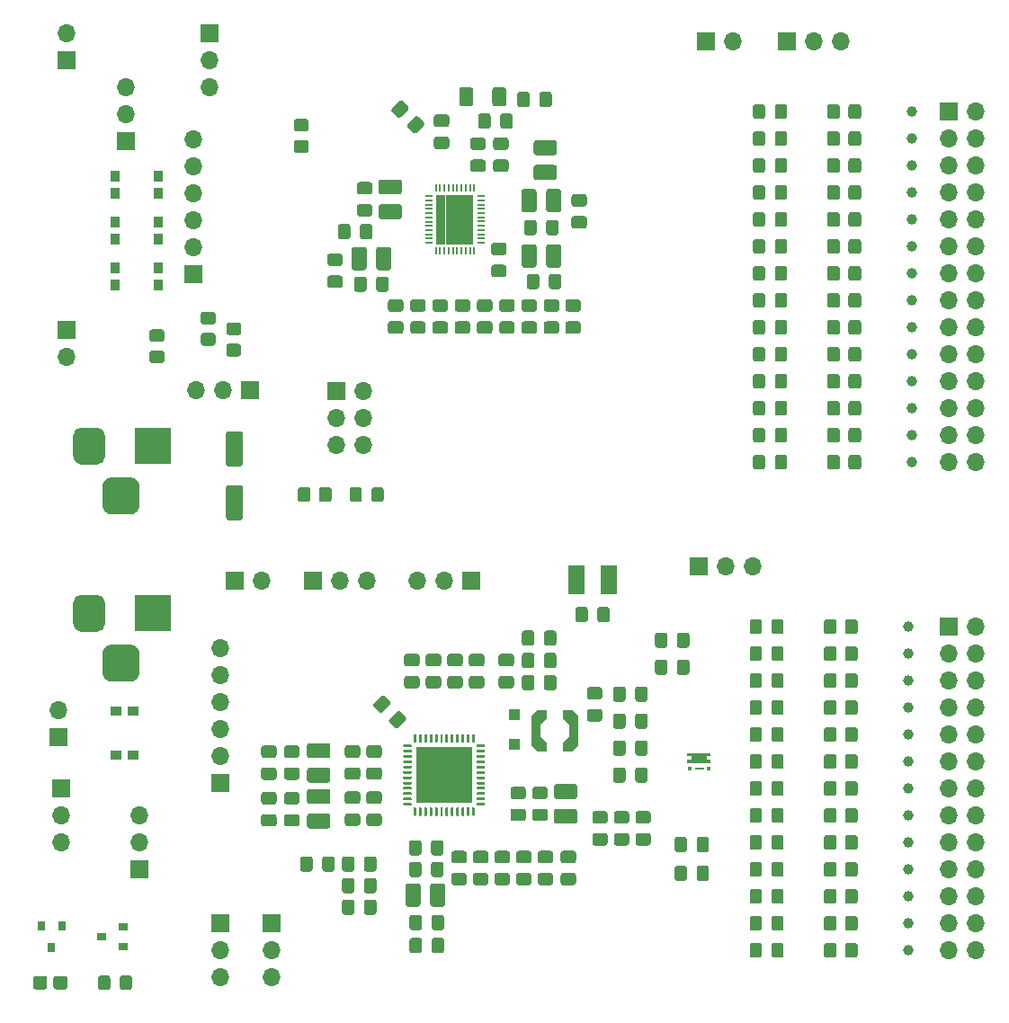
<source format=gbr>
%TF.GenerationSoftware,KiCad,Pcbnew,(5.1.8-0-10_14)*%
%TF.CreationDate,2021-03-09T19:09:17+00:00*%
%TF.ProjectId,STPMIC1_MC32PF3000_Board,5354504d-4943-4315-9f4d-433332504633,rev?*%
%TF.SameCoordinates,Original*%
%TF.FileFunction,Soldermask,Top*%
%TF.FilePolarity,Negative*%
%FSLAX46Y46*%
G04 Gerber Fmt 4.6, Leading zero omitted, Abs format (unit mm)*
G04 Created by KiCad (PCBNEW (5.1.8-0-10_14)) date 2021-03-09 19:09:17*
%MOMM*%
%LPD*%
G01*
G04 APERTURE LIST*
%ADD10R,1.500000X2.750000*%
%ADD11C,0.100000*%
%ADD12O,1.700000X1.700000*%
%ADD13R,1.700000X1.700000*%
%ADD14R,3.500000X3.500000*%
%ADD15C,1.000000*%
%ADD16R,5.300000X5.300000*%
%ADD17R,1.000000X0.900000*%
%ADD18R,0.800000X0.900000*%
%ADD19R,0.900000X0.800000*%
%ADD20R,0.350000X0.300000*%
%ADD21R,0.870000X0.235000*%
%ADD22R,1.100000X1.100000*%
%ADD23R,0.900000X1.000000*%
%ADD24R,0.875000X1.150000*%
%ADD25O,0.220000X0.800000*%
%ADD26O,0.800000X0.220000*%
G04 APERTURE END LIST*
D10*
%TO.C,BT1*%
X138176000Y-97155000D03*
X135128000Y-97155000D03*
%TD*%
D11*
%TO.C,L10*%
G36*
X132346000Y-110209000D02*
G01*
X131766000Y-110804000D01*
X131766000Y-111954000D01*
X132346000Y-112549000D01*
X132346000Y-113324000D01*
X131456000Y-113324000D01*
X130896000Y-112774000D01*
X130896000Y-109984000D01*
X131456000Y-109434000D01*
X132346000Y-109434000D01*
X132346000Y-110209000D01*
G37*
G36*
X135296000Y-109984000D02*
G01*
X135296000Y-112774000D01*
X134736000Y-113324000D01*
X133846000Y-113324000D01*
X133846000Y-112549000D01*
X134426000Y-111954000D01*
X134426000Y-110804000D01*
X133846000Y-110209000D01*
X133846000Y-109434000D01*
X134736000Y-109434000D01*
X135296000Y-109984000D01*
G37*
%TD*%
%TO.C,C1*%
G36*
G01*
X102383500Y-88251000D02*
X103483500Y-88251000D01*
G75*
G02*
X103733500Y-88501000I0J-250000D01*
G01*
X103733500Y-91326000D01*
G75*
G02*
X103483500Y-91576000I-250000J0D01*
G01*
X102383500Y-91576000D01*
G75*
G02*
X102133500Y-91326000I0J250000D01*
G01*
X102133500Y-88501000D01*
G75*
G02*
X102383500Y-88251000I250000J0D01*
G01*
G37*
G36*
G01*
X102383500Y-83176000D02*
X103483500Y-83176000D01*
G75*
G02*
X103733500Y-83426000I0J-250000D01*
G01*
X103733500Y-86251000D01*
G75*
G02*
X103483500Y-86501000I-250000J0D01*
G01*
X102383500Y-86501000D01*
G75*
G02*
X102133500Y-86251000I0J250000D01*
G01*
X102133500Y-83426000D01*
G75*
G02*
X102383500Y-83176000I250000J0D01*
G01*
G37*
%TD*%
%TO.C,D31*%
G36*
G01*
X153485000Y-114750001D02*
X153485000Y-113849999D01*
G75*
G02*
X153734999Y-113600000I249999J0D01*
G01*
X154385001Y-113600000D01*
G75*
G02*
X154635000Y-113849999I0J-249999D01*
G01*
X154635000Y-114750001D01*
G75*
G02*
X154385001Y-115000000I-249999J0D01*
G01*
X153734999Y-115000000D01*
G75*
G02*
X153485000Y-114750001I0J249999D01*
G01*
G37*
G36*
G01*
X151435000Y-114750001D02*
X151435000Y-113849999D01*
G75*
G02*
X151684999Y-113600000I249999J0D01*
G01*
X152335001Y-113600000D01*
G75*
G02*
X152585000Y-113849999I0J-249999D01*
G01*
X152585000Y-114750001D01*
G75*
G02*
X152335001Y-115000000I-249999J0D01*
G01*
X151684999Y-115000000D01*
G75*
G02*
X151435000Y-114750001I0J249999D01*
G01*
G37*
%TD*%
%TO.C,D30*%
G36*
G01*
X153485000Y-109670001D02*
X153485000Y-108769999D01*
G75*
G02*
X153734999Y-108520000I249999J0D01*
G01*
X154385001Y-108520000D01*
G75*
G02*
X154635000Y-108769999I0J-249999D01*
G01*
X154635000Y-109670001D01*
G75*
G02*
X154385001Y-109920000I-249999J0D01*
G01*
X153734999Y-109920000D01*
G75*
G02*
X153485000Y-109670001I0J249999D01*
G01*
G37*
G36*
G01*
X151435000Y-109670001D02*
X151435000Y-108769999D01*
G75*
G02*
X151684999Y-108520000I249999J0D01*
G01*
X152335001Y-108520000D01*
G75*
G02*
X152585000Y-108769999I0J-249999D01*
G01*
X152585000Y-109670001D01*
G75*
G02*
X152335001Y-109920000I-249999J0D01*
G01*
X151684999Y-109920000D01*
G75*
G02*
X151435000Y-109670001I0J249999D01*
G01*
G37*
%TD*%
%TO.C,D29*%
G36*
G01*
X153485000Y-112210001D02*
X153485000Y-111309999D01*
G75*
G02*
X153734999Y-111060000I249999J0D01*
G01*
X154385001Y-111060000D01*
G75*
G02*
X154635000Y-111309999I0J-249999D01*
G01*
X154635000Y-112210001D01*
G75*
G02*
X154385001Y-112460000I-249999J0D01*
G01*
X153734999Y-112460000D01*
G75*
G02*
X153485000Y-112210001I0J249999D01*
G01*
G37*
G36*
G01*
X151435000Y-112210001D02*
X151435000Y-111309999D01*
G75*
G02*
X151684999Y-111060000I249999J0D01*
G01*
X152335001Y-111060000D01*
G75*
G02*
X152585000Y-111309999I0J-249999D01*
G01*
X152585000Y-112210001D01*
G75*
G02*
X152335001Y-112460000I-249999J0D01*
G01*
X151684999Y-112460000D01*
G75*
G02*
X151435000Y-112210001I0J249999D01*
G01*
G37*
%TD*%
%TO.C,D28*%
G36*
G01*
X153485000Y-119830001D02*
X153485000Y-118929999D01*
G75*
G02*
X153734999Y-118680000I249999J0D01*
G01*
X154385001Y-118680000D01*
G75*
G02*
X154635000Y-118929999I0J-249999D01*
G01*
X154635000Y-119830001D01*
G75*
G02*
X154385001Y-120080000I-249999J0D01*
G01*
X153734999Y-120080000D01*
G75*
G02*
X153485000Y-119830001I0J249999D01*
G01*
G37*
G36*
G01*
X151435000Y-119830001D02*
X151435000Y-118929999D01*
G75*
G02*
X151684999Y-118680000I249999J0D01*
G01*
X152335001Y-118680000D01*
G75*
G02*
X152585000Y-118929999I0J-249999D01*
G01*
X152585000Y-119830001D01*
G75*
G02*
X152335001Y-120080000I-249999J0D01*
G01*
X151684999Y-120080000D01*
G75*
G02*
X151435000Y-119830001I0J249999D01*
G01*
G37*
%TD*%
%TO.C,D27*%
G36*
G01*
X153485000Y-107130001D02*
X153485000Y-106229999D01*
G75*
G02*
X153734999Y-105980000I249999J0D01*
G01*
X154385001Y-105980000D01*
G75*
G02*
X154635000Y-106229999I0J-249999D01*
G01*
X154635000Y-107130001D01*
G75*
G02*
X154385001Y-107380000I-249999J0D01*
G01*
X153734999Y-107380000D01*
G75*
G02*
X153485000Y-107130001I0J249999D01*
G01*
G37*
G36*
G01*
X151435000Y-107130001D02*
X151435000Y-106229999D01*
G75*
G02*
X151684999Y-105980000I249999J0D01*
G01*
X152335001Y-105980000D01*
G75*
G02*
X152585000Y-106229999I0J-249999D01*
G01*
X152585000Y-107130001D01*
G75*
G02*
X152335001Y-107380000I-249999J0D01*
G01*
X151684999Y-107380000D01*
G75*
G02*
X151435000Y-107130001I0J249999D01*
G01*
G37*
%TD*%
%TO.C,D26*%
G36*
G01*
X153485000Y-122370001D02*
X153485000Y-121469999D01*
G75*
G02*
X153734999Y-121220000I249999J0D01*
G01*
X154385001Y-121220000D01*
G75*
G02*
X154635000Y-121469999I0J-249999D01*
G01*
X154635000Y-122370001D01*
G75*
G02*
X154385001Y-122620000I-249999J0D01*
G01*
X153734999Y-122620000D01*
G75*
G02*
X153485000Y-122370001I0J249999D01*
G01*
G37*
G36*
G01*
X151435000Y-122370001D02*
X151435000Y-121469999D01*
G75*
G02*
X151684999Y-121220000I249999J0D01*
G01*
X152335001Y-121220000D01*
G75*
G02*
X152585000Y-121469999I0J-249999D01*
G01*
X152585000Y-122370001D01*
G75*
G02*
X152335001Y-122620000I-249999J0D01*
G01*
X151684999Y-122620000D01*
G75*
G02*
X151435000Y-122370001I0J249999D01*
G01*
G37*
%TD*%
%TO.C,D25*%
G36*
G01*
X153485000Y-124910001D02*
X153485000Y-124009999D01*
G75*
G02*
X153734999Y-123760000I249999J0D01*
G01*
X154385001Y-123760000D01*
G75*
G02*
X154635000Y-124009999I0J-249999D01*
G01*
X154635000Y-124910001D01*
G75*
G02*
X154385001Y-125160000I-249999J0D01*
G01*
X153734999Y-125160000D01*
G75*
G02*
X153485000Y-124910001I0J249999D01*
G01*
G37*
G36*
G01*
X151435000Y-124910001D02*
X151435000Y-124009999D01*
G75*
G02*
X151684999Y-123760000I249999J0D01*
G01*
X152335001Y-123760000D01*
G75*
G02*
X152585000Y-124009999I0J-249999D01*
G01*
X152585000Y-124910001D01*
G75*
G02*
X152335001Y-125160000I-249999J0D01*
G01*
X151684999Y-125160000D01*
G75*
G02*
X151435000Y-124910001I0J249999D01*
G01*
G37*
%TD*%
%TO.C,D24*%
G36*
G01*
X153485000Y-129990001D02*
X153485000Y-129089999D01*
G75*
G02*
X153734999Y-128840000I249999J0D01*
G01*
X154385001Y-128840000D01*
G75*
G02*
X154635000Y-129089999I0J-249999D01*
G01*
X154635000Y-129990001D01*
G75*
G02*
X154385001Y-130240000I-249999J0D01*
G01*
X153734999Y-130240000D01*
G75*
G02*
X153485000Y-129990001I0J249999D01*
G01*
G37*
G36*
G01*
X151435000Y-129990001D02*
X151435000Y-129089999D01*
G75*
G02*
X151684999Y-128840000I249999J0D01*
G01*
X152335001Y-128840000D01*
G75*
G02*
X152585000Y-129089999I0J-249999D01*
G01*
X152585000Y-129990001D01*
G75*
G02*
X152335001Y-130240000I-249999J0D01*
G01*
X151684999Y-130240000D01*
G75*
G02*
X151435000Y-129990001I0J249999D01*
G01*
G37*
%TD*%
%TO.C,D23*%
G36*
G01*
X153485000Y-132530001D02*
X153485000Y-131629999D01*
G75*
G02*
X153734999Y-131380000I249999J0D01*
G01*
X154385001Y-131380000D01*
G75*
G02*
X154635000Y-131629999I0J-249999D01*
G01*
X154635000Y-132530001D01*
G75*
G02*
X154385001Y-132780000I-249999J0D01*
G01*
X153734999Y-132780000D01*
G75*
G02*
X153485000Y-132530001I0J249999D01*
G01*
G37*
G36*
G01*
X151435000Y-132530001D02*
X151435000Y-131629999D01*
G75*
G02*
X151684999Y-131380000I249999J0D01*
G01*
X152335001Y-131380000D01*
G75*
G02*
X152585000Y-131629999I0J-249999D01*
G01*
X152585000Y-132530001D01*
G75*
G02*
X152335001Y-132780000I-249999J0D01*
G01*
X151684999Y-132780000D01*
G75*
G02*
X151435000Y-132530001I0J249999D01*
G01*
G37*
%TD*%
%TO.C,D22*%
G36*
G01*
X153485000Y-117290001D02*
X153485000Y-116389999D01*
G75*
G02*
X153734999Y-116140000I249999J0D01*
G01*
X154385001Y-116140000D01*
G75*
G02*
X154635000Y-116389999I0J-249999D01*
G01*
X154635000Y-117290001D01*
G75*
G02*
X154385001Y-117540000I-249999J0D01*
G01*
X153734999Y-117540000D01*
G75*
G02*
X153485000Y-117290001I0J249999D01*
G01*
G37*
G36*
G01*
X151435000Y-117290001D02*
X151435000Y-116389999D01*
G75*
G02*
X151684999Y-116140000I249999J0D01*
G01*
X152335001Y-116140000D01*
G75*
G02*
X152585000Y-116389999I0J-249999D01*
G01*
X152585000Y-117290001D01*
G75*
G02*
X152335001Y-117540000I-249999J0D01*
G01*
X151684999Y-117540000D01*
G75*
G02*
X151435000Y-117290001I0J249999D01*
G01*
G37*
%TD*%
%TO.C,D21*%
G36*
G01*
X153485000Y-127450001D02*
X153485000Y-126549999D01*
G75*
G02*
X153734999Y-126300000I249999J0D01*
G01*
X154385001Y-126300000D01*
G75*
G02*
X154635000Y-126549999I0J-249999D01*
G01*
X154635000Y-127450001D01*
G75*
G02*
X154385001Y-127700000I-249999J0D01*
G01*
X153734999Y-127700000D01*
G75*
G02*
X153485000Y-127450001I0J249999D01*
G01*
G37*
G36*
G01*
X151435000Y-127450001D02*
X151435000Y-126549999D01*
G75*
G02*
X151684999Y-126300000I249999J0D01*
G01*
X152335001Y-126300000D01*
G75*
G02*
X152585000Y-126549999I0J-249999D01*
G01*
X152585000Y-127450001D01*
G75*
G02*
X152335001Y-127700000I-249999J0D01*
G01*
X151684999Y-127700000D01*
G75*
G02*
X151435000Y-127450001I0J249999D01*
G01*
G37*
%TD*%
%TO.C,D20*%
G36*
G01*
X153485000Y-102050001D02*
X153485000Y-101149999D01*
G75*
G02*
X153734999Y-100900000I249999J0D01*
G01*
X154385001Y-100900000D01*
G75*
G02*
X154635000Y-101149999I0J-249999D01*
G01*
X154635000Y-102050001D01*
G75*
G02*
X154385001Y-102300000I-249999J0D01*
G01*
X153734999Y-102300000D01*
G75*
G02*
X153485000Y-102050001I0J249999D01*
G01*
G37*
G36*
G01*
X151435000Y-102050001D02*
X151435000Y-101149999D01*
G75*
G02*
X151684999Y-100900000I249999J0D01*
G01*
X152335001Y-100900000D01*
G75*
G02*
X152585000Y-101149999I0J-249999D01*
G01*
X152585000Y-102050001D01*
G75*
G02*
X152335001Y-102300000I-249999J0D01*
G01*
X151684999Y-102300000D01*
G75*
G02*
X151435000Y-102050001I0J249999D01*
G01*
G37*
%TD*%
%TO.C,D19*%
G36*
G01*
X153485000Y-104590001D02*
X153485000Y-103689999D01*
G75*
G02*
X153734999Y-103440000I249999J0D01*
G01*
X154385001Y-103440000D01*
G75*
G02*
X154635000Y-103689999I0J-249999D01*
G01*
X154635000Y-104590001D01*
G75*
G02*
X154385001Y-104840000I-249999J0D01*
G01*
X153734999Y-104840000D01*
G75*
G02*
X153485000Y-104590001I0J249999D01*
G01*
G37*
G36*
G01*
X151435000Y-104590001D02*
X151435000Y-103689999D01*
G75*
G02*
X151684999Y-103440000I249999J0D01*
G01*
X152335001Y-103440000D01*
G75*
G02*
X152585000Y-103689999I0J-249999D01*
G01*
X152585000Y-104590001D01*
G75*
G02*
X152335001Y-104840000I-249999J0D01*
G01*
X151684999Y-104840000D01*
G75*
G02*
X151435000Y-104590001I0J249999D01*
G01*
G37*
%TD*%
%TO.C,D15*%
G36*
G01*
X153802500Y-84016001D02*
X153802500Y-83115999D01*
G75*
G02*
X154052499Y-82866000I249999J0D01*
G01*
X154702501Y-82866000D01*
G75*
G02*
X154952500Y-83115999I0J-249999D01*
G01*
X154952500Y-84016001D01*
G75*
G02*
X154702501Y-84266000I-249999J0D01*
G01*
X154052499Y-84266000D01*
G75*
G02*
X153802500Y-84016001I0J249999D01*
G01*
G37*
G36*
G01*
X151752500Y-84016001D02*
X151752500Y-83115999D01*
G75*
G02*
X152002499Y-82866000I249999J0D01*
G01*
X152652501Y-82866000D01*
G75*
G02*
X152902500Y-83115999I0J-249999D01*
G01*
X152902500Y-84016001D01*
G75*
G02*
X152652501Y-84266000I-249999J0D01*
G01*
X152002499Y-84266000D01*
G75*
G02*
X151752500Y-84016001I0J249999D01*
G01*
G37*
%TD*%
%TO.C,D14*%
G36*
G01*
X153802500Y-61156001D02*
X153802500Y-60255999D01*
G75*
G02*
X154052499Y-60006000I249999J0D01*
G01*
X154702501Y-60006000D01*
G75*
G02*
X154952500Y-60255999I0J-249999D01*
G01*
X154952500Y-61156001D01*
G75*
G02*
X154702501Y-61406000I-249999J0D01*
G01*
X154052499Y-61406000D01*
G75*
G02*
X153802500Y-61156001I0J249999D01*
G01*
G37*
G36*
G01*
X151752500Y-61156001D02*
X151752500Y-60255999D01*
G75*
G02*
X152002499Y-60006000I249999J0D01*
G01*
X152652501Y-60006000D01*
G75*
G02*
X152902500Y-60255999I0J-249999D01*
G01*
X152902500Y-61156001D01*
G75*
G02*
X152652501Y-61406000I-249999J0D01*
G01*
X152002499Y-61406000D01*
G75*
G02*
X151752500Y-61156001I0J249999D01*
G01*
G37*
%TD*%
%TO.C,D13*%
G36*
G01*
X153802500Y-63696001D02*
X153802500Y-62795999D01*
G75*
G02*
X154052499Y-62546000I249999J0D01*
G01*
X154702501Y-62546000D01*
G75*
G02*
X154952500Y-62795999I0J-249999D01*
G01*
X154952500Y-63696001D01*
G75*
G02*
X154702501Y-63946000I-249999J0D01*
G01*
X154052499Y-63946000D01*
G75*
G02*
X153802500Y-63696001I0J249999D01*
G01*
G37*
G36*
G01*
X151752500Y-63696001D02*
X151752500Y-62795999D01*
G75*
G02*
X152002499Y-62546000I249999J0D01*
G01*
X152652501Y-62546000D01*
G75*
G02*
X152902500Y-62795999I0J-249999D01*
G01*
X152902500Y-63696001D01*
G75*
G02*
X152652501Y-63946000I-249999J0D01*
G01*
X152002499Y-63946000D01*
G75*
G02*
X151752500Y-63696001I0J249999D01*
G01*
G37*
%TD*%
%TO.C,D12*%
G36*
G01*
X153802500Y-76396001D02*
X153802500Y-75495999D01*
G75*
G02*
X154052499Y-75246000I249999J0D01*
G01*
X154702501Y-75246000D01*
G75*
G02*
X154952500Y-75495999I0J-249999D01*
G01*
X154952500Y-76396001D01*
G75*
G02*
X154702501Y-76646000I-249999J0D01*
G01*
X154052499Y-76646000D01*
G75*
G02*
X153802500Y-76396001I0J249999D01*
G01*
G37*
G36*
G01*
X151752500Y-76396001D02*
X151752500Y-75495999D01*
G75*
G02*
X152002499Y-75246000I249999J0D01*
G01*
X152652501Y-75246000D01*
G75*
G02*
X152902500Y-75495999I0J-249999D01*
G01*
X152902500Y-76396001D01*
G75*
G02*
X152652501Y-76646000I-249999J0D01*
G01*
X152002499Y-76646000D01*
G75*
G02*
X151752500Y-76396001I0J249999D01*
G01*
G37*
%TD*%
%TO.C,D11*%
G36*
G01*
X153802500Y-78936001D02*
X153802500Y-78035999D01*
G75*
G02*
X154052499Y-77786000I249999J0D01*
G01*
X154702501Y-77786000D01*
G75*
G02*
X154952500Y-78035999I0J-249999D01*
G01*
X154952500Y-78936001D01*
G75*
G02*
X154702501Y-79186000I-249999J0D01*
G01*
X154052499Y-79186000D01*
G75*
G02*
X153802500Y-78936001I0J249999D01*
G01*
G37*
G36*
G01*
X151752500Y-78936001D02*
X151752500Y-78035999D01*
G75*
G02*
X152002499Y-77786000I249999J0D01*
G01*
X152652501Y-77786000D01*
G75*
G02*
X152902500Y-78035999I0J-249999D01*
G01*
X152902500Y-78936001D01*
G75*
G02*
X152652501Y-79186000I-249999J0D01*
G01*
X152002499Y-79186000D01*
G75*
G02*
X151752500Y-78936001I0J249999D01*
G01*
G37*
%TD*%
%TO.C,D10*%
G36*
G01*
X153802500Y-58616001D02*
X153802500Y-57715999D01*
G75*
G02*
X154052499Y-57466000I249999J0D01*
G01*
X154702501Y-57466000D01*
G75*
G02*
X154952500Y-57715999I0J-249999D01*
G01*
X154952500Y-58616001D01*
G75*
G02*
X154702501Y-58866000I-249999J0D01*
G01*
X154052499Y-58866000D01*
G75*
G02*
X153802500Y-58616001I0J249999D01*
G01*
G37*
G36*
G01*
X151752500Y-58616001D02*
X151752500Y-57715999D01*
G75*
G02*
X152002499Y-57466000I249999J0D01*
G01*
X152652501Y-57466000D01*
G75*
G02*
X152902500Y-57715999I0J-249999D01*
G01*
X152902500Y-58616001D01*
G75*
G02*
X152652501Y-58866000I-249999J0D01*
G01*
X152002499Y-58866000D01*
G75*
G02*
X151752500Y-58616001I0J249999D01*
G01*
G37*
%TD*%
%TO.C,D9*%
G36*
G01*
X153802500Y-86556001D02*
X153802500Y-85655999D01*
G75*
G02*
X154052499Y-85406000I249999J0D01*
G01*
X154702501Y-85406000D01*
G75*
G02*
X154952500Y-85655999I0J-249999D01*
G01*
X154952500Y-86556001D01*
G75*
G02*
X154702501Y-86806000I-249999J0D01*
G01*
X154052499Y-86806000D01*
G75*
G02*
X153802500Y-86556001I0J249999D01*
G01*
G37*
G36*
G01*
X151752500Y-86556001D02*
X151752500Y-85655999D01*
G75*
G02*
X152002499Y-85406000I249999J0D01*
G01*
X152652501Y-85406000D01*
G75*
G02*
X152902500Y-85655999I0J-249999D01*
G01*
X152902500Y-86556001D01*
G75*
G02*
X152652501Y-86806000I-249999J0D01*
G01*
X152002499Y-86806000D01*
G75*
G02*
X151752500Y-86556001I0J249999D01*
G01*
G37*
%TD*%
%TO.C,D8*%
G36*
G01*
X153802500Y-81476001D02*
X153802500Y-80575999D01*
G75*
G02*
X154052499Y-80326000I249999J0D01*
G01*
X154702501Y-80326000D01*
G75*
G02*
X154952500Y-80575999I0J-249999D01*
G01*
X154952500Y-81476001D01*
G75*
G02*
X154702501Y-81726000I-249999J0D01*
G01*
X154052499Y-81726000D01*
G75*
G02*
X153802500Y-81476001I0J249999D01*
G01*
G37*
G36*
G01*
X151752500Y-81476001D02*
X151752500Y-80575999D01*
G75*
G02*
X152002499Y-80326000I249999J0D01*
G01*
X152652501Y-80326000D01*
G75*
G02*
X152902500Y-80575999I0J-249999D01*
G01*
X152902500Y-81476001D01*
G75*
G02*
X152652501Y-81726000I-249999J0D01*
G01*
X152002499Y-81726000D01*
G75*
G02*
X151752500Y-81476001I0J249999D01*
G01*
G37*
%TD*%
%TO.C,D7*%
G36*
G01*
X153802500Y-73856001D02*
X153802500Y-72955999D01*
G75*
G02*
X154052499Y-72706000I249999J0D01*
G01*
X154702501Y-72706000D01*
G75*
G02*
X154952500Y-72955999I0J-249999D01*
G01*
X154952500Y-73856001D01*
G75*
G02*
X154702501Y-74106000I-249999J0D01*
G01*
X154052499Y-74106000D01*
G75*
G02*
X153802500Y-73856001I0J249999D01*
G01*
G37*
G36*
G01*
X151752500Y-73856001D02*
X151752500Y-72955999D01*
G75*
G02*
X152002499Y-72706000I249999J0D01*
G01*
X152652501Y-72706000D01*
G75*
G02*
X152902500Y-72955999I0J-249999D01*
G01*
X152902500Y-73856001D01*
G75*
G02*
X152652501Y-74106000I-249999J0D01*
G01*
X152002499Y-74106000D01*
G75*
G02*
X151752500Y-73856001I0J249999D01*
G01*
G37*
%TD*%
%TO.C,D6*%
G36*
G01*
X153802500Y-66236001D02*
X153802500Y-65335999D01*
G75*
G02*
X154052499Y-65086000I249999J0D01*
G01*
X154702501Y-65086000D01*
G75*
G02*
X154952500Y-65335999I0J-249999D01*
G01*
X154952500Y-66236001D01*
G75*
G02*
X154702501Y-66486000I-249999J0D01*
G01*
X154052499Y-66486000D01*
G75*
G02*
X153802500Y-66236001I0J249999D01*
G01*
G37*
G36*
G01*
X151752500Y-66236001D02*
X151752500Y-65335999D01*
G75*
G02*
X152002499Y-65086000I249999J0D01*
G01*
X152652501Y-65086000D01*
G75*
G02*
X152902500Y-65335999I0J-249999D01*
G01*
X152902500Y-66236001D01*
G75*
G02*
X152652501Y-66486000I-249999J0D01*
G01*
X152002499Y-66486000D01*
G75*
G02*
X151752500Y-66236001I0J249999D01*
G01*
G37*
%TD*%
%TO.C,D5*%
G36*
G01*
X153802500Y-71316001D02*
X153802500Y-70415999D01*
G75*
G02*
X154052499Y-70166000I249999J0D01*
G01*
X154702501Y-70166000D01*
G75*
G02*
X154952500Y-70415999I0J-249999D01*
G01*
X154952500Y-71316001D01*
G75*
G02*
X154702501Y-71566000I-249999J0D01*
G01*
X154052499Y-71566000D01*
G75*
G02*
X153802500Y-71316001I0J249999D01*
G01*
G37*
G36*
G01*
X151752500Y-71316001D02*
X151752500Y-70415999D01*
G75*
G02*
X152002499Y-70166000I249999J0D01*
G01*
X152652501Y-70166000D01*
G75*
G02*
X152902500Y-70415999I0J-249999D01*
G01*
X152902500Y-71316001D01*
G75*
G02*
X152652501Y-71566000I-249999J0D01*
G01*
X152002499Y-71566000D01*
G75*
G02*
X151752500Y-71316001I0J249999D01*
G01*
G37*
%TD*%
%TO.C,D4*%
G36*
G01*
X153802500Y-68776001D02*
X153802500Y-67875999D01*
G75*
G02*
X154052499Y-67626000I249999J0D01*
G01*
X154702501Y-67626000D01*
G75*
G02*
X154952500Y-67875999I0J-249999D01*
G01*
X154952500Y-68776001D01*
G75*
G02*
X154702501Y-69026000I-249999J0D01*
G01*
X154052499Y-69026000D01*
G75*
G02*
X153802500Y-68776001I0J249999D01*
G01*
G37*
G36*
G01*
X151752500Y-68776001D02*
X151752500Y-67875999D01*
G75*
G02*
X152002499Y-67626000I249999J0D01*
G01*
X152652501Y-67626000D01*
G75*
G02*
X152902500Y-67875999I0J-249999D01*
G01*
X152902500Y-68776001D01*
G75*
G02*
X152652501Y-69026000I-249999J0D01*
G01*
X152002499Y-69026000D01*
G75*
G02*
X151752500Y-68776001I0J249999D01*
G01*
G37*
%TD*%
%TO.C,D3*%
G36*
G01*
X153802500Y-53536001D02*
X153802500Y-52635999D01*
G75*
G02*
X154052499Y-52386000I249999J0D01*
G01*
X154702501Y-52386000D01*
G75*
G02*
X154952500Y-52635999I0J-249999D01*
G01*
X154952500Y-53536001D01*
G75*
G02*
X154702501Y-53786000I-249999J0D01*
G01*
X154052499Y-53786000D01*
G75*
G02*
X153802500Y-53536001I0J249999D01*
G01*
G37*
G36*
G01*
X151752500Y-53536001D02*
X151752500Y-52635999D01*
G75*
G02*
X152002499Y-52386000I249999J0D01*
G01*
X152652501Y-52386000D01*
G75*
G02*
X152902500Y-52635999I0J-249999D01*
G01*
X152902500Y-53536001D01*
G75*
G02*
X152652501Y-53786000I-249999J0D01*
G01*
X152002499Y-53786000D01*
G75*
G02*
X151752500Y-53536001I0J249999D01*
G01*
G37*
%TD*%
%TO.C,C52*%
G36*
G01*
X136202000Y-99982000D02*
X136202000Y-100932000D01*
G75*
G02*
X135952000Y-101182000I-250000J0D01*
G01*
X135277000Y-101182000D01*
G75*
G02*
X135027000Y-100932000I0J250000D01*
G01*
X135027000Y-99982000D01*
G75*
G02*
X135277000Y-99732000I250000J0D01*
G01*
X135952000Y-99732000D01*
G75*
G02*
X136202000Y-99982000I0J-250000D01*
G01*
G37*
G36*
G01*
X138277000Y-99982000D02*
X138277000Y-100932000D01*
G75*
G02*
X138027000Y-101182000I-250000J0D01*
G01*
X137352000Y-101182000D01*
G75*
G02*
X137102000Y-100932000I0J250000D01*
G01*
X137102000Y-99982000D01*
G75*
G02*
X137352000Y-99732000I250000J0D01*
G01*
X138027000Y-99732000D01*
G75*
G02*
X138277000Y-99982000I0J-250000D01*
G01*
G37*
%TD*%
%TO.C,C23*%
G36*
G01*
X128491000Y-56700000D02*
X127541000Y-56700000D01*
G75*
G02*
X127291000Y-56450000I0J250000D01*
G01*
X127291000Y-55775000D01*
G75*
G02*
X127541000Y-55525000I250000J0D01*
G01*
X128491000Y-55525000D01*
G75*
G02*
X128741000Y-55775000I0J-250000D01*
G01*
X128741000Y-56450000D01*
G75*
G02*
X128491000Y-56700000I-250000J0D01*
G01*
G37*
G36*
G01*
X128491000Y-58775000D02*
X127541000Y-58775000D01*
G75*
G02*
X127291000Y-58525000I0J250000D01*
G01*
X127291000Y-57850000D01*
G75*
G02*
X127541000Y-57600000I250000J0D01*
G01*
X128491000Y-57600000D01*
G75*
G02*
X128741000Y-57850000I0J-250000D01*
G01*
X128741000Y-58525000D01*
G75*
G02*
X128491000Y-58775000I-250000J0D01*
G01*
G37*
%TD*%
%TO.C,C20*%
G36*
G01*
X122903000Y-54541000D02*
X121953000Y-54541000D01*
G75*
G02*
X121703000Y-54291000I0J250000D01*
G01*
X121703000Y-53616000D01*
G75*
G02*
X121953000Y-53366000I250000J0D01*
G01*
X122903000Y-53366000D01*
G75*
G02*
X123153000Y-53616000I0J-250000D01*
G01*
X123153000Y-54291000D01*
G75*
G02*
X122903000Y-54541000I-250000J0D01*
G01*
G37*
G36*
G01*
X122903000Y-56616000D02*
X121953000Y-56616000D01*
G75*
G02*
X121703000Y-56366000I0J250000D01*
G01*
X121703000Y-55691000D01*
G75*
G02*
X121953000Y-55441000I250000J0D01*
G01*
X122903000Y-55441000D01*
G75*
G02*
X123153000Y-55691000I0J-250000D01*
G01*
X123153000Y-56366000D01*
G75*
G02*
X122903000Y-56616000I-250000J0D01*
G01*
G37*
%TD*%
%TO.C,C7*%
G36*
G01*
X130741000Y-51468000D02*
X130741000Y-52418000D01*
G75*
G02*
X130491000Y-52668000I-250000J0D01*
G01*
X129816000Y-52668000D01*
G75*
G02*
X129566000Y-52418000I0J250000D01*
G01*
X129566000Y-51468000D01*
G75*
G02*
X129816000Y-51218000I250000J0D01*
G01*
X130491000Y-51218000D01*
G75*
G02*
X130741000Y-51468000I0J-250000D01*
G01*
G37*
G36*
G01*
X132816000Y-51468000D02*
X132816000Y-52418000D01*
G75*
G02*
X132566000Y-52668000I-250000J0D01*
G01*
X131891000Y-52668000D01*
G75*
G02*
X131641000Y-52418000I0J250000D01*
G01*
X131641000Y-51468000D01*
G75*
G02*
X131891000Y-51218000I250000J0D01*
G01*
X132566000Y-51218000D01*
G75*
G02*
X132816000Y-51468000I0J-250000D01*
G01*
G37*
%TD*%
%TO.C,C6*%
G36*
G01*
X127350500Y-67506000D02*
X128300500Y-67506000D01*
G75*
G02*
X128550500Y-67756000I0J-250000D01*
G01*
X128550500Y-68431000D01*
G75*
G02*
X128300500Y-68681000I-250000J0D01*
G01*
X127350500Y-68681000D01*
G75*
G02*
X127100500Y-68431000I0J250000D01*
G01*
X127100500Y-67756000D01*
G75*
G02*
X127350500Y-67506000I250000J0D01*
G01*
G37*
G36*
G01*
X127350500Y-65431000D02*
X128300500Y-65431000D01*
G75*
G02*
X128550500Y-65681000I0J-250000D01*
G01*
X128550500Y-66356000D01*
G75*
G02*
X128300500Y-66606000I-250000J0D01*
G01*
X127350500Y-66606000D01*
G75*
G02*
X127100500Y-66356000I0J250000D01*
G01*
X127100500Y-65681000D01*
G75*
G02*
X127350500Y-65431000I250000J0D01*
G01*
G37*
%TD*%
%TO.C,C5*%
G36*
G01*
X132276000Y-64483000D02*
X132276000Y-63533000D01*
G75*
G02*
X132526000Y-63283000I250000J0D01*
G01*
X133201000Y-63283000D01*
G75*
G02*
X133451000Y-63533000I0J-250000D01*
G01*
X133451000Y-64483000D01*
G75*
G02*
X133201000Y-64733000I-250000J0D01*
G01*
X132526000Y-64733000D01*
G75*
G02*
X132276000Y-64483000I0J250000D01*
G01*
G37*
G36*
G01*
X130201000Y-64483000D02*
X130201000Y-63533000D01*
G75*
G02*
X130451000Y-63283000I250000J0D01*
G01*
X131126000Y-63283000D01*
G75*
G02*
X131376000Y-63533000I0J-250000D01*
G01*
X131376000Y-64483000D01*
G75*
G02*
X131126000Y-64733000I-250000J0D01*
G01*
X130451000Y-64733000D01*
G75*
G02*
X130201000Y-64483000I0J250000D01*
G01*
G37*
%TD*%
%TO.C,C4*%
G36*
G01*
X115374000Y-68867000D02*
X115374000Y-69817000D01*
G75*
G02*
X115124000Y-70067000I-250000J0D01*
G01*
X114449000Y-70067000D01*
G75*
G02*
X114199000Y-69817000I0J250000D01*
G01*
X114199000Y-68867000D01*
G75*
G02*
X114449000Y-68617000I250000J0D01*
G01*
X115124000Y-68617000D01*
G75*
G02*
X115374000Y-68867000I0J-250000D01*
G01*
G37*
G36*
G01*
X117449000Y-68867000D02*
X117449000Y-69817000D01*
G75*
G02*
X117199000Y-70067000I-250000J0D01*
G01*
X116524000Y-70067000D01*
G75*
G02*
X116274000Y-69817000I0J250000D01*
G01*
X116274000Y-68867000D01*
G75*
G02*
X116524000Y-68617000I250000J0D01*
G01*
X117199000Y-68617000D01*
G75*
G02*
X117449000Y-68867000I0J-250000D01*
G01*
G37*
%TD*%
%TO.C,C3*%
G36*
G01*
X113850000Y-63914000D02*
X113850000Y-64864000D01*
G75*
G02*
X113600000Y-65114000I-250000J0D01*
G01*
X112925000Y-65114000D01*
G75*
G02*
X112675000Y-64864000I0J250000D01*
G01*
X112675000Y-63914000D01*
G75*
G02*
X112925000Y-63664000I250000J0D01*
G01*
X113600000Y-63664000D01*
G75*
G02*
X113850000Y-63914000I0J-250000D01*
G01*
G37*
G36*
G01*
X115925000Y-63914000D02*
X115925000Y-64864000D01*
G75*
G02*
X115675000Y-65114000I-250000J0D01*
G01*
X115000000Y-65114000D01*
G75*
G02*
X114750000Y-64864000I0J250000D01*
G01*
X114750000Y-63914000D01*
G75*
G02*
X115000000Y-63664000I250000J0D01*
G01*
X115675000Y-63664000D01*
G75*
G02*
X115925000Y-63914000I0J-250000D01*
G01*
G37*
%TD*%
%TO.C,C2*%
G36*
G01*
X126332000Y-56700000D02*
X125382000Y-56700000D01*
G75*
G02*
X125132000Y-56450000I0J250000D01*
G01*
X125132000Y-55775000D01*
G75*
G02*
X125382000Y-55525000I250000J0D01*
G01*
X126332000Y-55525000D01*
G75*
G02*
X126582000Y-55775000I0J-250000D01*
G01*
X126582000Y-56450000D01*
G75*
G02*
X126332000Y-56700000I-250000J0D01*
G01*
G37*
G36*
G01*
X126332000Y-58775000D02*
X125382000Y-58775000D01*
G75*
G02*
X125132000Y-58525000I0J250000D01*
G01*
X125132000Y-57850000D01*
G75*
G02*
X125382000Y-57600000I250000J0D01*
G01*
X126332000Y-57600000D01*
G75*
G02*
X126582000Y-57850000I0J-250000D01*
G01*
X126582000Y-58525000D01*
G75*
G02*
X126332000Y-58775000I-250000J0D01*
G01*
G37*
%TD*%
%TO.C,C17*%
G36*
G01*
X134335500Y-72840000D02*
X135285500Y-72840000D01*
G75*
G02*
X135535500Y-73090000I0J-250000D01*
G01*
X135535500Y-73765000D01*
G75*
G02*
X135285500Y-74015000I-250000J0D01*
G01*
X134335500Y-74015000D01*
G75*
G02*
X134085500Y-73765000I0J250000D01*
G01*
X134085500Y-73090000D01*
G75*
G02*
X134335500Y-72840000I250000J0D01*
G01*
G37*
G36*
G01*
X134335500Y-70765000D02*
X135285500Y-70765000D01*
G75*
G02*
X135535500Y-71015000I0J-250000D01*
G01*
X135535500Y-71690000D01*
G75*
G02*
X135285500Y-71940000I-250000J0D01*
G01*
X134335500Y-71940000D01*
G75*
G02*
X134085500Y-71690000I0J250000D01*
G01*
X134085500Y-71015000D01*
G75*
G02*
X134335500Y-70765000I250000J0D01*
G01*
G37*
%TD*%
%TO.C,C25*%
G36*
G01*
X121826000Y-72840000D02*
X122776000Y-72840000D01*
G75*
G02*
X123026000Y-73090000I0J-250000D01*
G01*
X123026000Y-73765000D01*
G75*
G02*
X122776000Y-74015000I-250000J0D01*
G01*
X121826000Y-74015000D01*
G75*
G02*
X121576000Y-73765000I0J250000D01*
G01*
X121576000Y-73090000D01*
G75*
G02*
X121826000Y-72840000I250000J0D01*
G01*
G37*
G36*
G01*
X121826000Y-70765000D02*
X122776000Y-70765000D01*
G75*
G02*
X123026000Y-71015000I0J-250000D01*
G01*
X123026000Y-71690000D01*
G75*
G02*
X122776000Y-71940000I-250000J0D01*
G01*
X121826000Y-71940000D01*
G75*
G02*
X121576000Y-71690000I0J250000D01*
G01*
X121576000Y-71015000D01*
G75*
G02*
X121826000Y-70765000I250000J0D01*
G01*
G37*
%TD*%
%TO.C,C22*%
G36*
G01*
X130208000Y-72840000D02*
X131158000Y-72840000D01*
G75*
G02*
X131408000Y-73090000I0J-250000D01*
G01*
X131408000Y-73765000D01*
G75*
G02*
X131158000Y-74015000I-250000J0D01*
G01*
X130208000Y-74015000D01*
G75*
G02*
X129958000Y-73765000I0J250000D01*
G01*
X129958000Y-73090000D01*
G75*
G02*
X130208000Y-72840000I250000J0D01*
G01*
G37*
G36*
G01*
X130208000Y-70765000D02*
X131158000Y-70765000D01*
G75*
G02*
X131408000Y-71015000I0J-250000D01*
G01*
X131408000Y-71690000D01*
G75*
G02*
X131158000Y-71940000I-250000J0D01*
G01*
X130208000Y-71940000D01*
G75*
G02*
X129958000Y-71690000I0J250000D01*
G01*
X129958000Y-71015000D01*
G75*
G02*
X130208000Y-70765000I250000J0D01*
G01*
G37*
%TD*%
%TO.C,C21*%
G36*
G01*
X128112500Y-72840000D02*
X129062500Y-72840000D01*
G75*
G02*
X129312500Y-73090000I0J-250000D01*
G01*
X129312500Y-73765000D01*
G75*
G02*
X129062500Y-74015000I-250000J0D01*
G01*
X128112500Y-74015000D01*
G75*
G02*
X127862500Y-73765000I0J250000D01*
G01*
X127862500Y-73090000D01*
G75*
G02*
X128112500Y-72840000I250000J0D01*
G01*
G37*
G36*
G01*
X128112500Y-70765000D02*
X129062500Y-70765000D01*
G75*
G02*
X129312500Y-71015000I0J-250000D01*
G01*
X129312500Y-71690000D01*
G75*
G02*
X129062500Y-71940000I-250000J0D01*
G01*
X128112500Y-71940000D01*
G75*
G02*
X127862500Y-71690000I0J250000D01*
G01*
X127862500Y-71015000D01*
G75*
G02*
X128112500Y-70765000I250000J0D01*
G01*
G37*
%TD*%
%TO.C,C19*%
G36*
G01*
X119730500Y-72840000D02*
X120680500Y-72840000D01*
G75*
G02*
X120930500Y-73090000I0J-250000D01*
G01*
X120930500Y-73765000D01*
G75*
G02*
X120680500Y-74015000I-250000J0D01*
G01*
X119730500Y-74015000D01*
G75*
G02*
X119480500Y-73765000I0J250000D01*
G01*
X119480500Y-73090000D01*
G75*
G02*
X119730500Y-72840000I250000J0D01*
G01*
G37*
G36*
G01*
X119730500Y-70765000D02*
X120680500Y-70765000D01*
G75*
G02*
X120930500Y-71015000I0J-250000D01*
G01*
X120930500Y-71690000D01*
G75*
G02*
X120680500Y-71940000I-250000J0D01*
G01*
X119730500Y-71940000D01*
G75*
G02*
X119480500Y-71690000I0J250000D01*
G01*
X119480500Y-71015000D01*
G75*
G02*
X119730500Y-70765000I250000J0D01*
G01*
G37*
%TD*%
%TO.C,C18*%
G36*
G01*
X123921500Y-72840000D02*
X124871500Y-72840000D01*
G75*
G02*
X125121500Y-73090000I0J-250000D01*
G01*
X125121500Y-73765000D01*
G75*
G02*
X124871500Y-74015000I-250000J0D01*
G01*
X123921500Y-74015000D01*
G75*
G02*
X123671500Y-73765000I0J250000D01*
G01*
X123671500Y-73090000D01*
G75*
G02*
X123921500Y-72840000I250000J0D01*
G01*
G37*
G36*
G01*
X123921500Y-70765000D02*
X124871500Y-70765000D01*
G75*
G02*
X125121500Y-71015000I0J-250000D01*
G01*
X125121500Y-71690000D01*
G75*
G02*
X124871500Y-71940000I-250000J0D01*
G01*
X123921500Y-71940000D01*
G75*
G02*
X123671500Y-71690000I0J250000D01*
G01*
X123671500Y-71015000D01*
G75*
G02*
X123921500Y-70765000I250000J0D01*
G01*
G37*
%TD*%
%TO.C,C11*%
G36*
G01*
X119270678Y-52939927D02*
X118598927Y-53611678D01*
G75*
G02*
X118245373Y-53611678I-176777J176777D01*
G01*
X117768076Y-53134381D01*
G75*
G02*
X117768076Y-52780827I176777J176777D01*
G01*
X118439827Y-52109076D01*
G75*
G02*
X118793381Y-52109076I176777J-176777D01*
G01*
X119270678Y-52586373D01*
G75*
G02*
X119270678Y-52939927I-176777J-176777D01*
G01*
G37*
G36*
G01*
X120737924Y-54407173D02*
X120066173Y-55078924D01*
G75*
G02*
X119712619Y-55078924I-176777J176777D01*
G01*
X119235322Y-54601627D01*
G75*
G02*
X119235322Y-54248073I176777J176777D01*
G01*
X119907073Y-53576322D01*
G75*
G02*
X120260627Y-53576322I176777J-176777D01*
G01*
X120737924Y-54053619D01*
G75*
G02*
X120737924Y-54407173I-176777J-176777D01*
G01*
G37*
%TD*%
%TO.C,C10*%
G36*
G01*
X117635000Y-72840000D02*
X118585000Y-72840000D01*
G75*
G02*
X118835000Y-73090000I0J-250000D01*
G01*
X118835000Y-73765000D01*
G75*
G02*
X118585000Y-74015000I-250000J0D01*
G01*
X117635000Y-74015000D01*
G75*
G02*
X117385000Y-73765000I0J250000D01*
G01*
X117385000Y-73090000D01*
G75*
G02*
X117635000Y-72840000I250000J0D01*
G01*
G37*
G36*
G01*
X117635000Y-70765000D02*
X118585000Y-70765000D01*
G75*
G02*
X118835000Y-71015000I0J-250000D01*
G01*
X118835000Y-71690000D01*
G75*
G02*
X118585000Y-71940000I-250000J0D01*
G01*
X117635000Y-71940000D01*
G75*
G02*
X117385000Y-71690000I0J250000D01*
G01*
X117385000Y-71015000D01*
G75*
G02*
X117635000Y-70765000I250000J0D01*
G01*
G37*
%TD*%
%TO.C,C9*%
G36*
G01*
X126017000Y-72840000D02*
X126967000Y-72840000D01*
G75*
G02*
X127217000Y-73090000I0J-250000D01*
G01*
X127217000Y-73765000D01*
G75*
G02*
X126967000Y-74015000I-250000J0D01*
G01*
X126017000Y-74015000D01*
G75*
G02*
X125767000Y-73765000I0J250000D01*
G01*
X125767000Y-73090000D01*
G75*
G02*
X126017000Y-72840000I250000J0D01*
G01*
G37*
G36*
G01*
X126017000Y-70765000D02*
X126967000Y-70765000D01*
G75*
G02*
X127217000Y-71015000I0J-250000D01*
G01*
X127217000Y-71690000D01*
G75*
G02*
X126967000Y-71940000I-250000J0D01*
G01*
X126017000Y-71940000D01*
G75*
G02*
X125767000Y-71690000I0J250000D01*
G01*
X125767000Y-71015000D01*
G75*
G02*
X126017000Y-70765000I250000J0D01*
G01*
G37*
%TD*%
%TO.C,C8*%
G36*
G01*
X132303500Y-72840000D02*
X133253500Y-72840000D01*
G75*
G02*
X133503500Y-73090000I0J-250000D01*
G01*
X133503500Y-73765000D01*
G75*
G02*
X133253500Y-74015000I-250000J0D01*
G01*
X132303500Y-74015000D01*
G75*
G02*
X132053500Y-73765000I0J250000D01*
G01*
X132053500Y-73090000D01*
G75*
G02*
X132303500Y-72840000I250000J0D01*
G01*
G37*
G36*
G01*
X132303500Y-70765000D02*
X133253500Y-70765000D01*
G75*
G02*
X133503500Y-71015000I0J-250000D01*
G01*
X133503500Y-71690000D01*
G75*
G02*
X133253500Y-71940000I-250000J0D01*
G01*
X132303500Y-71940000D01*
G75*
G02*
X132053500Y-71690000I0J250000D01*
G01*
X132053500Y-71015000D01*
G75*
G02*
X132303500Y-70765000I250000J0D01*
G01*
G37*
%TD*%
D12*
%TO.C,J6*%
X100584000Y-50800000D03*
X100584000Y-48260000D03*
D13*
X100584000Y-45720000D03*
%TD*%
%TO.C,J4*%
G36*
G01*
X90500000Y-90157000D02*
X90500000Y-88407000D01*
G75*
G02*
X91375000Y-87532000I875000J0D01*
G01*
X93125000Y-87532000D01*
G75*
G02*
X94000000Y-88407000I0J-875000D01*
G01*
X94000000Y-90157000D01*
G75*
G02*
X93125000Y-91032000I-875000J0D01*
G01*
X91375000Y-91032000D01*
G75*
G02*
X90500000Y-90157000I0J875000D01*
G01*
G37*
G36*
G01*
X87750000Y-85582000D02*
X87750000Y-83582000D01*
G75*
G02*
X88500000Y-82832000I750000J0D01*
G01*
X90000000Y-82832000D01*
G75*
G02*
X90750000Y-83582000I0J-750000D01*
G01*
X90750000Y-85582000D01*
G75*
G02*
X90000000Y-86332000I-750000J0D01*
G01*
X88500000Y-86332000D01*
G75*
G02*
X87750000Y-85582000I0J750000D01*
G01*
G37*
D14*
X95250000Y-84582000D03*
%TD*%
%TO.C,R34*%
G36*
G01*
X161620000Y-129089999D02*
X161620000Y-129990001D01*
G75*
G02*
X161370001Y-130240000I-249999J0D01*
G01*
X160669999Y-130240000D01*
G75*
G02*
X160420000Y-129990001I0J249999D01*
G01*
X160420000Y-129089999D01*
G75*
G02*
X160669999Y-128840000I249999J0D01*
G01*
X161370001Y-128840000D01*
G75*
G02*
X161620000Y-129089999I0J-249999D01*
G01*
G37*
G36*
G01*
X159620000Y-129089999D02*
X159620000Y-129990001D01*
G75*
G02*
X159370001Y-130240000I-249999J0D01*
G01*
X158669999Y-130240000D01*
G75*
G02*
X158420000Y-129990001I0J249999D01*
G01*
X158420000Y-129089999D01*
G75*
G02*
X158669999Y-128840000I249999J0D01*
G01*
X159370001Y-128840000D01*
G75*
G02*
X159620000Y-129089999I0J-249999D01*
G01*
G37*
%TD*%
%TO.C,R33*%
G36*
G01*
X161620000Y-131629999D02*
X161620000Y-132530001D01*
G75*
G02*
X161370001Y-132780000I-249999J0D01*
G01*
X160669999Y-132780000D01*
G75*
G02*
X160420000Y-132530001I0J249999D01*
G01*
X160420000Y-131629999D01*
G75*
G02*
X160669999Y-131380000I249999J0D01*
G01*
X161370001Y-131380000D01*
G75*
G02*
X161620000Y-131629999I0J-249999D01*
G01*
G37*
G36*
G01*
X159620000Y-131629999D02*
X159620000Y-132530001D01*
G75*
G02*
X159370001Y-132780000I-249999J0D01*
G01*
X158669999Y-132780000D01*
G75*
G02*
X158420000Y-132530001I0J249999D01*
G01*
X158420000Y-131629999D01*
G75*
G02*
X158669999Y-131380000I249999J0D01*
G01*
X159370001Y-131380000D01*
G75*
G02*
X159620000Y-131629999I0J-249999D01*
G01*
G37*
%TD*%
%TO.C,R32*%
G36*
G01*
X161620000Y-116389999D02*
X161620000Y-117290001D01*
G75*
G02*
X161370001Y-117540000I-249999J0D01*
G01*
X160669999Y-117540000D01*
G75*
G02*
X160420000Y-117290001I0J249999D01*
G01*
X160420000Y-116389999D01*
G75*
G02*
X160669999Y-116140000I249999J0D01*
G01*
X161370001Y-116140000D01*
G75*
G02*
X161620000Y-116389999I0J-249999D01*
G01*
G37*
G36*
G01*
X159620000Y-116389999D02*
X159620000Y-117290001D01*
G75*
G02*
X159370001Y-117540000I-249999J0D01*
G01*
X158669999Y-117540000D01*
G75*
G02*
X158420000Y-117290001I0J249999D01*
G01*
X158420000Y-116389999D01*
G75*
G02*
X158669999Y-116140000I249999J0D01*
G01*
X159370001Y-116140000D01*
G75*
G02*
X159620000Y-116389999I0J-249999D01*
G01*
G37*
%TD*%
%TO.C,R31*%
G36*
G01*
X161620000Y-126549999D02*
X161620000Y-127450001D01*
G75*
G02*
X161370001Y-127700000I-249999J0D01*
G01*
X160669999Y-127700000D01*
G75*
G02*
X160420000Y-127450001I0J249999D01*
G01*
X160420000Y-126549999D01*
G75*
G02*
X160669999Y-126300000I249999J0D01*
G01*
X161370001Y-126300000D01*
G75*
G02*
X161620000Y-126549999I0J-249999D01*
G01*
G37*
G36*
G01*
X159620000Y-126549999D02*
X159620000Y-127450001D01*
G75*
G02*
X159370001Y-127700000I-249999J0D01*
G01*
X158669999Y-127700000D01*
G75*
G02*
X158420000Y-127450001I0J249999D01*
G01*
X158420000Y-126549999D01*
G75*
G02*
X158669999Y-126300000I249999J0D01*
G01*
X159370001Y-126300000D01*
G75*
G02*
X159620000Y-126549999I0J-249999D01*
G01*
G37*
%TD*%
%TO.C,R38*%
G36*
G01*
X161620000Y-118929999D02*
X161620000Y-119830001D01*
G75*
G02*
X161370001Y-120080000I-249999J0D01*
G01*
X160669999Y-120080000D01*
G75*
G02*
X160420000Y-119830001I0J249999D01*
G01*
X160420000Y-118929999D01*
G75*
G02*
X160669999Y-118680000I249999J0D01*
G01*
X161370001Y-118680000D01*
G75*
G02*
X161620000Y-118929999I0J-249999D01*
G01*
G37*
G36*
G01*
X159620000Y-118929999D02*
X159620000Y-119830001D01*
G75*
G02*
X159370001Y-120080000I-249999J0D01*
G01*
X158669999Y-120080000D01*
G75*
G02*
X158420000Y-119830001I0J249999D01*
G01*
X158420000Y-118929999D01*
G75*
G02*
X158669999Y-118680000I249999J0D01*
G01*
X159370001Y-118680000D01*
G75*
G02*
X159620000Y-118929999I0J-249999D01*
G01*
G37*
%TD*%
%TO.C,R37*%
G36*
G01*
X161620000Y-106229999D02*
X161620000Y-107130001D01*
G75*
G02*
X161370001Y-107380000I-249999J0D01*
G01*
X160669999Y-107380000D01*
G75*
G02*
X160420000Y-107130001I0J249999D01*
G01*
X160420000Y-106229999D01*
G75*
G02*
X160669999Y-105980000I249999J0D01*
G01*
X161370001Y-105980000D01*
G75*
G02*
X161620000Y-106229999I0J-249999D01*
G01*
G37*
G36*
G01*
X159620000Y-106229999D02*
X159620000Y-107130001D01*
G75*
G02*
X159370001Y-107380000I-249999J0D01*
G01*
X158669999Y-107380000D01*
G75*
G02*
X158420000Y-107130001I0J249999D01*
G01*
X158420000Y-106229999D01*
G75*
G02*
X158669999Y-105980000I249999J0D01*
G01*
X159370001Y-105980000D01*
G75*
G02*
X159620000Y-106229999I0J-249999D01*
G01*
G37*
%TD*%
%TO.C,R36*%
G36*
G01*
X161620000Y-121469999D02*
X161620000Y-122370001D01*
G75*
G02*
X161370001Y-122620000I-249999J0D01*
G01*
X160669999Y-122620000D01*
G75*
G02*
X160420000Y-122370001I0J249999D01*
G01*
X160420000Y-121469999D01*
G75*
G02*
X160669999Y-121220000I249999J0D01*
G01*
X161370001Y-121220000D01*
G75*
G02*
X161620000Y-121469999I0J-249999D01*
G01*
G37*
G36*
G01*
X159620000Y-121469999D02*
X159620000Y-122370001D01*
G75*
G02*
X159370001Y-122620000I-249999J0D01*
G01*
X158669999Y-122620000D01*
G75*
G02*
X158420000Y-122370001I0J249999D01*
G01*
X158420000Y-121469999D01*
G75*
G02*
X158669999Y-121220000I249999J0D01*
G01*
X159370001Y-121220000D01*
G75*
G02*
X159620000Y-121469999I0J-249999D01*
G01*
G37*
%TD*%
%TO.C,R35*%
G36*
G01*
X161620000Y-124009999D02*
X161620000Y-124910001D01*
G75*
G02*
X161370001Y-125160000I-249999J0D01*
G01*
X160669999Y-125160000D01*
G75*
G02*
X160420000Y-124910001I0J249999D01*
G01*
X160420000Y-124009999D01*
G75*
G02*
X160669999Y-123760000I249999J0D01*
G01*
X161370001Y-123760000D01*
G75*
G02*
X161620000Y-124009999I0J-249999D01*
G01*
G37*
G36*
G01*
X159620000Y-124009999D02*
X159620000Y-124910001D01*
G75*
G02*
X159370001Y-125160000I-249999J0D01*
G01*
X158669999Y-125160000D01*
G75*
G02*
X158420000Y-124910001I0J249999D01*
G01*
X158420000Y-124009999D01*
G75*
G02*
X158669999Y-123760000I249999J0D01*
G01*
X159370001Y-123760000D01*
G75*
G02*
X159620000Y-124009999I0J-249999D01*
G01*
G37*
%TD*%
D15*
%TO.C,TP24*%
X166370000Y-119380000D03*
%TD*%
%TO.C,TP23*%
X166370000Y-106680000D03*
%TD*%
%TO.C,TP20*%
X166370000Y-129540000D03*
%TD*%
%TO.C,TP17*%
X166370000Y-127000000D03*
%TD*%
%TO.C,TP18*%
X166370000Y-116840000D03*
%TD*%
%TO.C,TP19*%
X166370000Y-132080000D03*
%TD*%
%TO.C,TP22*%
X166370000Y-121920000D03*
%TD*%
%TO.C,TP21*%
X166370000Y-124460000D03*
%TD*%
%TO.C,C33*%
G36*
G01*
X140939500Y-121036500D02*
X141889500Y-121036500D01*
G75*
G02*
X142139500Y-121286500I0J-250000D01*
G01*
X142139500Y-121961500D01*
G75*
G02*
X141889500Y-122211500I-250000J0D01*
G01*
X140939500Y-122211500D01*
G75*
G02*
X140689500Y-121961500I0J250000D01*
G01*
X140689500Y-121286500D01*
G75*
G02*
X140939500Y-121036500I250000J0D01*
G01*
G37*
G36*
G01*
X140939500Y-118961500D02*
X141889500Y-118961500D01*
G75*
G02*
X142139500Y-119211500I0J-250000D01*
G01*
X142139500Y-119886500D01*
G75*
G02*
X141889500Y-120136500I-250000J0D01*
G01*
X140939500Y-120136500D01*
G75*
G02*
X140689500Y-119886500I0J250000D01*
G01*
X140689500Y-119211500D01*
G75*
G02*
X140939500Y-118961500I250000J0D01*
G01*
G37*
%TD*%
%TO.C,C27*%
G36*
G01*
X115131000Y-128491000D02*
X115131000Y-127541000D01*
G75*
G02*
X115381000Y-127291000I250000J0D01*
G01*
X116056000Y-127291000D01*
G75*
G02*
X116306000Y-127541000I0J-250000D01*
G01*
X116306000Y-128491000D01*
G75*
G02*
X116056000Y-128741000I-250000J0D01*
G01*
X115381000Y-128741000D01*
G75*
G02*
X115131000Y-128491000I0J250000D01*
G01*
G37*
G36*
G01*
X113056000Y-128491000D02*
X113056000Y-127541000D01*
G75*
G02*
X113306000Y-127291000I250000J0D01*
G01*
X113981000Y-127291000D01*
G75*
G02*
X114231000Y-127541000I0J-250000D01*
G01*
X114231000Y-128491000D01*
G75*
G02*
X113981000Y-128741000I-250000J0D01*
G01*
X113306000Y-128741000D01*
G75*
G02*
X113056000Y-128491000I0J250000D01*
G01*
G37*
%TD*%
%TO.C,C26*%
G36*
G01*
X110294000Y-123477000D02*
X110294000Y-124427000D01*
G75*
G02*
X110044000Y-124677000I-250000J0D01*
G01*
X109369000Y-124677000D01*
G75*
G02*
X109119000Y-124427000I0J250000D01*
G01*
X109119000Y-123477000D01*
G75*
G02*
X109369000Y-123227000I250000J0D01*
G01*
X110044000Y-123227000D01*
G75*
G02*
X110294000Y-123477000I0J-250000D01*
G01*
G37*
G36*
G01*
X112369000Y-123477000D02*
X112369000Y-124427000D01*
G75*
G02*
X112119000Y-124677000I-250000J0D01*
G01*
X111444000Y-124677000D01*
G75*
G02*
X111194000Y-124427000I0J250000D01*
G01*
X111194000Y-123477000D01*
G75*
G02*
X111444000Y-123227000I250000J0D01*
G01*
X112119000Y-123227000D01*
G75*
G02*
X112369000Y-123477000I0J-250000D01*
G01*
G37*
%TD*%
%TO.C,C28*%
G36*
G01*
X126586000Y-123883000D02*
X125636000Y-123883000D01*
G75*
G02*
X125386000Y-123633000I0J250000D01*
G01*
X125386000Y-122958000D01*
G75*
G02*
X125636000Y-122708000I250000J0D01*
G01*
X126586000Y-122708000D01*
G75*
G02*
X126836000Y-122958000I0J-250000D01*
G01*
X126836000Y-123633000D01*
G75*
G02*
X126586000Y-123883000I-250000J0D01*
G01*
G37*
G36*
G01*
X126586000Y-125958000D02*
X125636000Y-125958000D01*
G75*
G02*
X125386000Y-125708000I0J250000D01*
G01*
X125386000Y-125033000D01*
G75*
G02*
X125636000Y-124783000I250000J0D01*
G01*
X126586000Y-124783000D01*
G75*
G02*
X126836000Y-125033000I0J-250000D01*
G01*
X126836000Y-125708000D01*
G75*
G02*
X126586000Y-125958000I-250000J0D01*
G01*
G37*
%TD*%
%TO.C,C66*%
G36*
G01*
X131172800Y-102204500D02*
X131172800Y-103154500D01*
G75*
G02*
X130922800Y-103404500I-250000J0D01*
G01*
X130247800Y-103404500D01*
G75*
G02*
X129997800Y-103154500I0J250000D01*
G01*
X129997800Y-102204500D01*
G75*
G02*
X130247800Y-101954500I250000J0D01*
G01*
X130922800Y-101954500D01*
G75*
G02*
X131172800Y-102204500I0J-250000D01*
G01*
G37*
G36*
G01*
X133247800Y-102204500D02*
X133247800Y-103154500D01*
G75*
G02*
X132997800Y-103404500I-250000J0D01*
G01*
X132322800Y-103404500D01*
G75*
G02*
X132072800Y-103154500I0J250000D01*
G01*
X132072800Y-102204500D01*
G75*
G02*
X132322800Y-101954500I250000J0D01*
G01*
X132997800Y-101954500D01*
G75*
G02*
X133247800Y-102204500I0J-250000D01*
G01*
G37*
%TD*%
%TO.C,C64*%
G36*
G01*
X133247800Y-104300000D02*
X133247800Y-105250000D01*
G75*
G02*
X132997800Y-105500000I-250000J0D01*
G01*
X132322800Y-105500000D01*
G75*
G02*
X132072800Y-105250000I0J250000D01*
G01*
X132072800Y-104300000D01*
G75*
G02*
X132322800Y-104050000I250000J0D01*
G01*
X132997800Y-104050000D01*
G75*
G02*
X133247800Y-104300000I0J-250000D01*
G01*
G37*
G36*
G01*
X131172800Y-104300000D02*
X131172800Y-105250000D01*
G75*
G02*
X130922800Y-105500000I-250000J0D01*
G01*
X130247800Y-105500000D01*
G75*
G02*
X129997800Y-105250000I0J250000D01*
G01*
X129997800Y-104300000D01*
G75*
G02*
X130247800Y-104050000I250000J0D01*
G01*
X130922800Y-104050000D01*
G75*
G02*
X131172800Y-104300000I0J-250000D01*
G01*
G37*
%TD*%
%TO.C,C42*%
G36*
G01*
X128049000Y-106241000D02*
X128999000Y-106241000D01*
G75*
G02*
X129249000Y-106491000I0J-250000D01*
G01*
X129249000Y-107166000D01*
G75*
G02*
X128999000Y-107416000I-250000J0D01*
G01*
X128049000Y-107416000D01*
G75*
G02*
X127799000Y-107166000I0J250000D01*
G01*
X127799000Y-106491000D01*
G75*
G02*
X128049000Y-106241000I250000J0D01*
G01*
G37*
G36*
G01*
X128049000Y-104166000D02*
X128999000Y-104166000D01*
G75*
G02*
X129249000Y-104416000I0J-250000D01*
G01*
X129249000Y-105091000D01*
G75*
G02*
X128999000Y-105341000I-250000J0D01*
G01*
X128049000Y-105341000D01*
G75*
G02*
X127799000Y-105091000I0J250000D01*
G01*
X127799000Y-104416000D01*
G75*
G02*
X128049000Y-104166000I250000J0D01*
G01*
G37*
%TD*%
%TO.C,C54*%
G36*
G01*
X119159000Y-106241000D02*
X120109000Y-106241000D01*
G75*
G02*
X120359000Y-106491000I0J-250000D01*
G01*
X120359000Y-107166000D01*
G75*
G02*
X120109000Y-107416000I-250000J0D01*
G01*
X119159000Y-107416000D01*
G75*
G02*
X118909000Y-107166000I0J250000D01*
G01*
X118909000Y-106491000D01*
G75*
G02*
X119159000Y-106241000I250000J0D01*
G01*
G37*
G36*
G01*
X119159000Y-104166000D02*
X120109000Y-104166000D01*
G75*
G02*
X120359000Y-104416000I0J-250000D01*
G01*
X120359000Y-105091000D01*
G75*
G02*
X120109000Y-105341000I-250000J0D01*
G01*
X119159000Y-105341000D01*
G75*
G02*
X118909000Y-105091000I0J250000D01*
G01*
X118909000Y-104416000D01*
G75*
G02*
X119159000Y-104166000I250000J0D01*
G01*
G37*
%TD*%
%TO.C,C41*%
G36*
G01*
X123223000Y-106241000D02*
X124173000Y-106241000D01*
G75*
G02*
X124423000Y-106491000I0J-250000D01*
G01*
X124423000Y-107166000D01*
G75*
G02*
X124173000Y-107416000I-250000J0D01*
G01*
X123223000Y-107416000D01*
G75*
G02*
X122973000Y-107166000I0J250000D01*
G01*
X122973000Y-106491000D01*
G75*
G02*
X123223000Y-106241000I250000J0D01*
G01*
G37*
G36*
G01*
X123223000Y-104166000D02*
X124173000Y-104166000D01*
G75*
G02*
X124423000Y-104416000I0J-250000D01*
G01*
X124423000Y-105091000D01*
G75*
G02*
X124173000Y-105341000I-250000J0D01*
G01*
X123223000Y-105341000D01*
G75*
G02*
X122973000Y-105091000I0J250000D01*
G01*
X122973000Y-104416000D01*
G75*
G02*
X123223000Y-104166000I250000J0D01*
G01*
G37*
%TD*%
%TO.C,C40*%
G36*
G01*
X132174000Y-117837800D02*
X131224000Y-117837800D01*
G75*
G02*
X130974000Y-117587800I0J250000D01*
G01*
X130974000Y-116912800D01*
G75*
G02*
X131224000Y-116662800I250000J0D01*
G01*
X132174000Y-116662800D01*
G75*
G02*
X132424000Y-116912800I0J-250000D01*
G01*
X132424000Y-117587800D01*
G75*
G02*
X132174000Y-117837800I-250000J0D01*
G01*
G37*
G36*
G01*
X132174000Y-119912800D02*
X131224000Y-119912800D01*
G75*
G02*
X130974000Y-119662800I0J250000D01*
G01*
X130974000Y-118987800D01*
G75*
G02*
X131224000Y-118737800I250000J0D01*
G01*
X132174000Y-118737800D01*
G75*
G02*
X132424000Y-118987800I0J-250000D01*
G01*
X132424000Y-119662800D01*
G75*
G02*
X132174000Y-119912800I-250000J0D01*
G01*
G37*
%TD*%
%TO.C,C39*%
G36*
G01*
X114521000Y-118295000D02*
X113571000Y-118295000D01*
G75*
G02*
X113321000Y-118045000I0J250000D01*
G01*
X113321000Y-117370000D01*
G75*
G02*
X113571000Y-117120000I250000J0D01*
G01*
X114521000Y-117120000D01*
G75*
G02*
X114771000Y-117370000I0J-250000D01*
G01*
X114771000Y-118045000D01*
G75*
G02*
X114521000Y-118295000I-250000J0D01*
G01*
G37*
G36*
G01*
X114521000Y-120370000D02*
X113571000Y-120370000D01*
G75*
G02*
X113321000Y-120120000I0J250000D01*
G01*
X113321000Y-119445000D01*
G75*
G02*
X113571000Y-119195000I250000J0D01*
G01*
X114521000Y-119195000D01*
G75*
G02*
X114771000Y-119445000I0J-250000D01*
G01*
X114771000Y-120120000D01*
G75*
G02*
X114521000Y-120370000I-250000J0D01*
G01*
G37*
%TD*%
%TO.C,C36*%
G36*
G01*
X130650000Y-123883000D02*
X129700000Y-123883000D01*
G75*
G02*
X129450000Y-123633000I0J250000D01*
G01*
X129450000Y-122958000D01*
G75*
G02*
X129700000Y-122708000I250000J0D01*
G01*
X130650000Y-122708000D01*
G75*
G02*
X130900000Y-122958000I0J-250000D01*
G01*
X130900000Y-123633000D01*
G75*
G02*
X130650000Y-123883000I-250000J0D01*
G01*
G37*
G36*
G01*
X130650000Y-125958000D02*
X129700000Y-125958000D01*
G75*
G02*
X129450000Y-125708000I0J250000D01*
G01*
X129450000Y-125033000D01*
G75*
G02*
X129700000Y-124783000I250000J0D01*
G01*
X130650000Y-124783000D01*
G75*
G02*
X130900000Y-125033000I0J-250000D01*
G01*
X130900000Y-125708000D01*
G75*
G02*
X130650000Y-125958000I-250000J0D01*
G01*
G37*
%TD*%
%TO.C,C35*%
G36*
G01*
X131732000Y-124783000D02*
X132682000Y-124783000D01*
G75*
G02*
X132932000Y-125033000I0J-250000D01*
G01*
X132932000Y-125708000D01*
G75*
G02*
X132682000Y-125958000I-250000J0D01*
G01*
X131732000Y-125958000D01*
G75*
G02*
X131482000Y-125708000I0J250000D01*
G01*
X131482000Y-125033000D01*
G75*
G02*
X131732000Y-124783000I250000J0D01*
G01*
G37*
G36*
G01*
X131732000Y-122708000D02*
X132682000Y-122708000D01*
G75*
G02*
X132932000Y-122958000I0J-250000D01*
G01*
X132932000Y-123633000D01*
G75*
G02*
X132682000Y-123883000I-250000J0D01*
G01*
X131732000Y-123883000D01*
G75*
G02*
X131482000Y-123633000I0J250000D01*
G01*
X131482000Y-122958000D01*
G75*
G02*
X131732000Y-122708000I250000J0D01*
G01*
G37*
%TD*%
%TO.C,C34*%
G36*
G01*
X117533522Y-110280473D02*
X118205273Y-109608722D01*
G75*
G02*
X118558827Y-109608722I176777J-176777D01*
G01*
X119036124Y-110086019D01*
G75*
G02*
X119036124Y-110439573I-176777J-176777D01*
G01*
X118364373Y-111111324D01*
G75*
G02*
X118010819Y-111111324I-176777J176777D01*
G01*
X117533522Y-110634027D01*
G75*
G02*
X117533522Y-110280473I176777J176777D01*
G01*
G37*
G36*
G01*
X116066276Y-108813227D02*
X116738027Y-108141476D01*
G75*
G02*
X117091581Y-108141476I176777J-176777D01*
G01*
X117568878Y-108618773D01*
G75*
G02*
X117568878Y-108972327I-176777J-176777D01*
G01*
X116897127Y-109644078D01*
G75*
G02*
X116543573Y-109644078I-176777J176777D01*
G01*
X116066276Y-109166781D01*
G75*
G02*
X116066276Y-108813227I176777J176777D01*
G01*
G37*
%TD*%
%TO.C,C32*%
G36*
G01*
X121442900Y-122903000D02*
X121442900Y-121953000D01*
G75*
G02*
X121692900Y-121703000I250000J0D01*
G01*
X122367900Y-121703000D01*
G75*
G02*
X122617900Y-121953000I0J-250000D01*
G01*
X122617900Y-122903000D01*
G75*
G02*
X122367900Y-123153000I-250000J0D01*
G01*
X121692900Y-123153000D01*
G75*
G02*
X121442900Y-122903000I0J250000D01*
G01*
G37*
G36*
G01*
X119367900Y-122903000D02*
X119367900Y-121953000D01*
G75*
G02*
X119617900Y-121703000I250000J0D01*
G01*
X120292900Y-121703000D01*
G75*
G02*
X120542900Y-121953000I0J-250000D01*
G01*
X120542900Y-122903000D01*
G75*
G02*
X120292900Y-123153000I-250000J0D01*
G01*
X119617900Y-123153000D01*
G75*
G02*
X119367900Y-122903000I0J250000D01*
G01*
G37*
%TD*%
%TO.C,C31*%
G36*
G01*
X113571000Y-114838900D02*
X114521000Y-114838900D01*
G75*
G02*
X114771000Y-115088900I0J-250000D01*
G01*
X114771000Y-115763900D01*
G75*
G02*
X114521000Y-116013900I-250000J0D01*
G01*
X113571000Y-116013900D01*
G75*
G02*
X113321000Y-115763900I0J250000D01*
G01*
X113321000Y-115088900D01*
G75*
G02*
X113571000Y-114838900I250000J0D01*
G01*
G37*
G36*
G01*
X113571000Y-112763900D02*
X114521000Y-112763900D01*
G75*
G02*
X114771000Y-113013900I0J-250000D01*
G01*
X114771000Y-113688900D01*
G75*
G02*
X114521000Y-113938900I-250000J0D01*
G01*
X113571000Y-113938900D01*
G75*
G02*
X113321000Y-113688900I0J250000D01*
G01*
X113321000Y-113013900D01*
G75*
G02*
X113571000Y-112763900I250000J0D01*
G01*
G37*
%TD*%
%TO.C,C29*%
G36*
G01*
X115603000Y-112763900D02*
X116553000Y-112763900D01*
G75*
G02*
X116803000Y-113013900I0J-250000D01*
G01*
X116803000Y-113688900D01*
G75*
G02*
X116553000Y-113938900I-250000J0D01*
G01*
X115603000Y-113938900D01*
G75*
G02*
X115353000Y-113688900I0J250000D01*
G01*
X115353000Y-113013900D01*
G75*
G02*
X115603000Y-112763900I250000J0D01*
G01*
G37*
G36*
G01*
X115603000Y-114838900D02*
X116553000Y-114838900D01*
G75*
G02*
X116803000Y-115088900I0J-250000D01*
G01*
X116803000Y-115763900D01*
G75*
G02*
X116553000Y-116013900I-250000J0D01*
G01*
X115603000Y-116013900D01*
G75*
G02*
X115353000Y-115763900I0J250000D01*
G01*
X115353000Y-115088900D01*
G75*
G02*
X115603000Y-114838900I250000J0D01*
G01*
G37*
%TD*%
%TO.C,D17*%
G36*
G01*
X92144000Y-135578001D02*
X92144000Y-134677999D01*
G75*
G02*
X92393999Y-134428000I249999J0D01*
G01*
X93044001Y-134428000D01*
G75*
G02*
X93294000Y-134677999I0J-249999D01*
G01*
X93294000Y-135578001D01*
G75*
G02*
X93044001Y-135828000I-249999J0D01*
G01*
X92393999Y-135828000D01*
G75*
G02*
X92144000Y-135578001I0J249999D01*
G01*
G37*
G36*
G01*
X90094000Y-135578001D02*
X90094000Y-134677999D01*
G75*
G02*
X90343999Y-134428000I249999J0D01*
G01*
X90994001Y-134428000D01*
G75*
G02*
X91244000Y-134677999I0J-249999D01*
G01*
X91244000Y-135578001D01*
G75*
G02*
X90994001Y-135828000I-249999J0D01*
G01*
X90343999Y-135828000D01*
G75*
G02*
X90094000Y-135578001I0J249999D01*
G01*
G37*
%TD*%
%TO.C,D2*%
G36*
G01*
X153802500Y-56076001D02*
X153802500Y-55175999D01*
G75*
G02*
X154052499Y-54926000I249999J0D01*
G01*
X154702501Y-54926000D01*
G75*
G02*
X154952500Y-55175999I0J-249999D01*
G01*
X154952500Y-56076001D01*
G75*
G02*
X154702501Y-56326000I-249999J0D01*
G01*
X154052499Y-56326000D01*
G75*
G02*
X153802500Y-56076001I0J249999D01*
G01*
G37*
G36*
G01*
X151752500Y-56076001D02*
X151752500Y-55175999D01*
G75*
G02*
X152002499Y-54926000I249999J0D01*
G01*
X152652501Y-54926000D01*
G75*
G02*
X152902500Y-55175999I0J-249999D01*
G01*
X152902500Y-56076001D01*
G75*
G02*
X152652501Y-56326000I-249999J0D01*
G01*
X152002499Y-56326000D01*
G75*
G02*
X151752500Y-56076001I0J249999D01*
G01*
G37*
%TD*%
%TO.C,D1*%
G36*
G01*
X114929500Y-88703999D02*
X114929500Y-89604001D01*
G75*
G02*
X114679501Y-89854000I-249999J0D01*
G01*
X114029499Y-89854000D01*
G75*
G02*
X113779500Y-89604001I0J249999D01*
G01*
X113779500Y-88703999D01*
G75*
G02*
X114029499Y-88454000I249999J0D01*
G01*
X114679501Y-88454000D01*
G75*
G02*
X114929500Y-88703999I0J-249999D01*
G01*
G37*
G36*
G01*
X116979500Y-88703999D02*
X116979500Y-89604001D01*
G75*
G02*
X116729501Y-89854000I-249999J0D01*
G01*
X116079499Y-89854000D01*
G75*
G02*
X115829500Y-89604001I0J249999D01*
G01*
X115829500Y-88703999D01*
G75*
G02*
X116079499Y-88454000I249999J0D01*
G01*
X116729501Y-88454000D01*
G75*
G02*
X116979500Y-88703999I0J-249999D01*
G01*
G37*
%TD*%
%TO.C,C55*%
G36*
G01*
X121191000Y-104166000D02*
X122141000Y-104166000D01*
G75*
G02*
X122391000Y-104416000I0J-250000D01*
G01*
X122391000Y-105091000D01*
G75*
G02*
X122141000Y-105341000I-250000J0D01*
G01*
X121191000Y-105341000D01*
G75*
G02*
X120941000Y-105091000I0J250000D01*
G01*
X120941000Y-104416000D01*
G75*
G02*
X121191000Y-104166000I250000J0D01*
G01*
G37*
G36*
G01*
X121191000Y-106241000D02*
X122141000Y-106241000D01*
G75*
G02*
X122391000Y-106491000I0J-250000D01*
G01*
X122391000Y-107166000D01*
G75*
G02*
X122141000Y-107416000I-250000J0D01*
G01*
X121191000Y-107416000D01*
G75*
G02*
X120941000Y-107166000I0J250000D01*
G01*
X120941000Y-106491000D01*
G75*
G02*
X121191000Y-106241000I250000J0D01*
G01*
G37*
%TD*%
%TO.C,C53*%
G36*
G01*
X125255000Y-104166000D02*
X126205000Y-104166000D01*
G75*
G02*
X126455000Y-104416000I0J-250000D01*
G01*
X126455000Y-105091000D01*
G75*
G02*
X126205000Y-105341000I-250000J0D01*
G01*
X125255000Y-105341000D01*
G75*
G02*
X125005000Y-105091000I0J250000D01*
G01*
X125005000Y-104416000D01*
G75*
G02*
X125255000Y-104166000I250000J0D01*
G01*
G37*
G36*
G01*
X125255000Y-106241000D02*
X126205000Y-106241000D01*
G75*
G02*
X126455000Y-106491000I0J-250000D01*
G01*
X126455000Y-107166000D01*
G75*
G02*
X126205000Y-107416000I-250000J0D01*
G01*
X125255000Y-107416000D01*
G75*
G02*
X125005000Y-107166000I0J250000D01*
G01*
X125005000Y-106491000D01*
G75*
G02*
X125255000Y-106241000I250000J0D01*
G01*
G37*
%TD*%
%TO.C,C51*%
G36*
G01*
X141833000Y-110015000D02*
X141833000Y-110965000D01*
G75*
G02*
X141583000Y-111215000I-250000J0D01*
G01*
X140908000Y-111215000D01*
G75*
G02*
X140658000Y-110965000I0J250000D01*
G01*
X140658000Y-110015000D01*
G75*
G02*
X140908000Y-109765000I250000J0D01*
G01*
X141583000Y-109765000D01*
G75*
G02*
X141833000Y-110015000I0J-250000D01*
G01*
G37*
G36*
G01*
X139758000Y-110015000D02*
X139758000Y-110965000D01*
G75*
G02*
X139508000Y-111215000I-250000J0D01*
G01*
X138833000Y-111215000D01*
G75*
G02*
X138583000Y-110965000I0J250000D01*
G01*
X138583000Y-110015000D01*
G75*
G02*
X138833000Y-109765000I250000J0D01*
G01*
X139508000Y-109765000D01*
G75*
G02*
X139758000Y-110015000I0J-250000D01*
G01*
G37*
%TD*%
%TO.C,C45*%
G36*
G01*
X113056000Y-126459000D02*
X113056000Y-125509000D01*
G75*
G02*
X113306000Y-125259000I250000J0D01*
G01*
X113981000Y-125259000D01*
G75*
G02*
X114231000Y-125509000I0J-250000D01*
G01*
X114231000Y-126459000D01*
G75*
G02*
X113981000Y-126709000I-250000J0D01*
G01*
X113306000Y-126709000D01*
G75*
G02*
X113056000Y-126459000I0J250000D01*
G01*
G37*
G36*
G01*
X115131000Y-126459000D02*
X115131000Y-125509000D01*
G75*
G02*
X115381000Y-125259000I250000J0D01*
G01*
X116056000Y-125259000D01*
G75*
G02*
X116306000Y-125509000I0J-250000D01*
G01*
X116306000Y-126459000D01*
G75*
G02*
X116056000Y-126709000I-250000J0D01*
G01*
X115381000Y-126709000D01*
G75*
G02*
X115131000Y-126459000I0J250000D01*
G01*
G37*
%TD*%
%TO.C,C16*%
G36*
G01*
X129133000Y-53500000D02*
X129133000Y-54450000D01*
G75*
G02*
X128883000Y-54700000I-250000J0D01*
G01*
X128208000Y-54700000D01*
G75*
G02*
X127958000Y-54450000I0J250000D01*
G01*
X127958000Y-53500000D01*
G75*
G02*
X128208000Y-53250000I250000J0D01*
G01*
X128883000Y-53250000D01*
G75*
G02*
X129133000Y-53500000I0J-250000D01*
G01*
G37*
G36*
G01*
X127058000Y-53500000D02*
X127058000Y-54450000D01*
G75*
G02*
X126808000Y-54700000I-250000J0D01*
G01*
X126133000Y-54700000D01*
G75*
G02*
X125883000Y-54450000I0J250000D01*
G01*
X125883000Y-53500000D01*
G75*
G02*
X126133000Y-53250000I250000J0D01*
G01*
X126808000Y-53250000D01*
G75*
G02*
X127058000Y-53500000I0J-250000D01*
G01*
G37*
%TD*%
%TO.C,C15*%
G36*
G01*
X133705000Y-68613000D02*
X133705000Y-69563000D01*
G75*
G02*
X133455000Y-69813000I-250000J0D01*
G01*
X132780000Y-69813000D01*
G75*
G02*
X132530000Y-69563000I0J250000D01*
G01*
X132530000Y-68613000D01*
G75*
G02*
X132780000Y-68363000I250000J0D01*
G01*
X133455000Y-68363000D01*
G75*
G02*
X133705000Y-68613000I0J-250000D01*
G01*
G37*
G36*
G01*
X131630000Y-68613000D02*
X131630000Y-69563000D01*
G75*
G02*
X131380000Y-69813000I-250000J0D01*
G01*
X130705000Y-69813000D01*
G75*
G02*
X130455000Y-69563000I0J250000D01*
G01*
X130455000Y-68613000D01*
G75*
G02*
X130705000Y-68363000I250000J0D01*
G01*
X131380000Y-68363000D01*
G75*
G02*
X131630000Y-68613000I0J-250000D01*
G01*
G37*
%TD*%
%TO.C,C13*%
G36*
G01*
X111920000Y-66447000D02*
X112870000Y-66447000D01*
G75*
G02*
X113120000Y-66697000I0J-250000D01*
G01*
X113120000Y-67372000D01*
G75*
G02*
X112870000Y-67622000I-250000J0D01*
G01*
X111920000Y-67622000D01*
G75*
G02*
X111670000Y-67372000I0J250000D01*
G01*
X111670000Y-66697000D01*
G75*
G02*
X111920000Y-66447000I250000J0D01*
G01*
G37*
G36*
G01*
X111920000Y-68522000D02*
X112870000Y-68522000D01*
G75*
G02*
X113120000Y-68772000I0J-250000D01*
G01*
X113120000Y-69447000D01*
G75*
G02*
X112870000Y-69697000I-250000J0D01*
G01*
X111920000Y-69697000D01*
G75*
G02*
X111670000Y-69447000I0J250000D01*
G01*
X111670000Y-68772000D01*
G75*
G02*
X111920000Y-68522000I250000J0D01*
G01*
G37*
%TD*%
%TO.C,C12*%
G36*
G01*
X114714000Y-59716000D02*
X115664000Y-59716000D01*
G75*
G02*
X115914000Y-59966000I0J-250000D01*
G01*
X115914000Y-60641000D01*
G75*
G02*
X115664000Y-60891000I-250000J0D01*
G01*
X114714000Y-60891000D01*
G75*
G02*
X114464000Y-60641000I0J250000D01*
G01*
X114464000Y-59966000D01*
G75*
G02*
X114714000Y-59716000I250000J0D01*
G01*
G37*
G36*
G01*
X114714000Y-61791000D02*
X115664000Y-61791000D01*
G75*
G02*
X115914000Y-62041000I0J-250000D01*
G01*
X115914000Y-62716000D01*
G75*
G02*
X115664000Y-62966000I-250000J0D01*
G01*
X114714000Y-62966000D01*
G75*
G02*
X114464000Y-62716000I0J250000D01*
G01*
X114464000Y-62041000D01*
G75*
G02*
X114714000Y-61791000I250000J0D01*
G01*
G37*
%TD*%
%TO.C,C14*%
G36*
G01*
X134907000Y-60859000D02*
X135857000Y-60859000D01*
G75*
G02*
X136107000Y-61109000I0J-250000D01*
G01*
X136107000Y-61784000D01*
G75*
G02*
X135857000Y-62034000I-250000J0D01*
G01*
X134907000Y-62034000D01*
G75*
G02*
X134657000Y-61784000I0J250000D01*
G01*
X134657000Y-61109000D01*
G75*
G02*
X134907000Y-60859000I250000J0D01*
G01*
G37*
G36*
G01*
X134907000Y-62934000D02*
X135857000Y-62934000D01*
G75*
G02*
X136107000Y-63184000I0J-250000D01*
G01*
X136107000Y-63859000D01*
G75*
G02*
X135857000Y-64109000I-250000J0D01*
G01*
X134907000Y-64109000D01*
G75*
G02*
X134657000Y-63859000I0J250000D01*
G01*
X134657000Y-63184000D01*
G75*
G02*
X134907000Y-62934000I250000J0D01*
G01*
G37*
%TD*%
%TO.C,TP27*%
X166370000Y-114300000D03*
%TD*%
%TO.C,TP26*%
X166370000Y-109220000D03*
%TD*%
%TO.C,TP25*%
X166370000Y-111760000D03*
%TD*%
%TO.C,TP16*%
X166370000Y-101600000D03*
%TD*%
%TO.C,TP15*%
X166370000Y-104140000D03*
%TD*%
%TO.C,U2*%
G36*
G01*
X118832000Y-112882500D02*
X118832000Y-112757500D01*
G75*
G02*
X118894500Y-112695000I62500J0D01*
G01*
X119569500Y-112695000D01*
G75*
G02*
X119632000Y-112757500I0J-62500D01*
G01*
X119632000Y-112882500D01*
G75*
G02*
X119569500Y-112945000I-62500J0D01*
G01*
X118894500Y-112945000D01*
G75*
G02*
X118832000Y-112882500I0J62500D01*
G01*
G37*
G36*
G01*
X118832000Y-113382500D02*
X118832000Y-113257500D01*
G75*
G02*
X118894500Y-113195000I62500J0D01*
G01*
X119569500Y-113195000D01*
G75*
G02*
X119632000Y-113257500I0J-62500D01*
G01*
X119632000Y-113382500D01*
G75*
G02*
X119569500Y-113445000I-62500J0D01*
G01*
X118894500Y-113445000D01*
G75*
G02*
X118832000Y-113382500I0J62500D01*
G01*
G37*
G36*
G01*
X118832000Y-113882500D02*
X118832000Y-113757500D01*
G75*
G02*
X118894500Y-113695000I62500J0D01*
G01*
X119569500Y-113695000D01*
G75*
G02*
X119632000Y-113757500I0J-62500D01*
G01*
X119632000Y-113882500D01*
G75*
G02*
X119569500Y-113945000I-62500J0D01*
G01*
X118894500Y-113945000D01*
G75*
G02*
X118832000Y-113882500I0J62500D01*
G01*
G37*
G36*
G01*
X118832000Y-114382500D02*
X118832000Y-114257500D01*
G75*
G02*
X118894500Y-114195000I62500J0D01*
G01*
X119569500Y-114195000D01*
G75*
G02*
X119632000Y-114257500I0J-62500D01*
G01*
X119632000Y-114382500D01*
G75*
G02*
X119569500Y-114445000I-62500J0D01*
G01*
X118894500Y-114445000D01*
G75*
G02*
X118832000Y-114382500I0J62500D01*
G01*
G37*
G36*
G01*
X118832000Y-114882500D02*
X118832000Y-114757500D01*
G75*
G02*
X118894500Y-114695000I62500J0D01*
G01*
X119569500Y-114695000D01*
G75*
G02*
X119632000Y-114757500I0J-62500D01*
G01*
X119632000Y-114882500D01*
G75*
G02*
X119569500Y-114945000I-62500J0D01*
G01*
X118894500Y-114945000D01*
G75*
G02*
X118832000Y-114882500I0J62500D01*
G01*
G37*
G36*
G01*
X118832000Y-115382500D02*
X118832000Y-115257500D01*
G75*
G02*
X118894500Y-115195000I62500J0D01*
G01*
X119569500Y-115195000D01*
G75*
G02*
X119632000Y-115257500I0J-62500D01*
G01*
X119632000Y-115382500D01*
G75*
G02*
X119569500Y-115445000I-62500J0D01*
G01*
X118894500Y-115445000D01*
G75*
G02*
X118832000Y-115382500I0J62500D01*
G01*
G37*
G36*
G01*
X118832000Y-115882500D02*
X118832000Y-115757500D01*
G75*
G02*
X118894500Y-115695000I62500J0D01*
G01*
X119569500Y-115695000D01*
G75*
G02*
X119632000Y-115757500I0J-62500D01*
G01*
X119632000Y-115882500D01*
G75*
G02*
X119569500Y-115945000I-62500J0D01*
G01*
X118894500Y-115945000D01*
G75*
G02*
X118832000Y-115882500I0J62500D01*
G01*
G37*
G36*
G01*
X118832000Y-116382500D02*
X118832000Y-116257500D01*
G75*
G02*
X118894500Y-116195000I62500J0D01*
G01*
X119569500Y-116195000D01*
G75*
G02*
X119632000Y-116257500I0J-62500D01*
G01*
X119632000Y-116382500D01*
G75*
G02*
X119569500Y-116445000I-62500J0D01*
G01*
X118894500Y-116445000D01*
G75*
G02*
X118832000Y-116382500I0J62500D01*
G01*
G37*
G36*
G01*
X118832000Y-116882500D02*
X118832000Y-116757500D01*
G75*
G02*
X118894500Y-116695000I62500J0D01*
G01*
X119569500Y-116695000D01*
G75*
G02*
X119632000Y-116757500I0J-62500D01*
G01*
X119632000Y-116882500D01*
G75*
G02*
X119569500Y-116945000I-62500J0D01*
G01*
X118894500Y-116945000D01*
G75*
G02*
X118832000Y-116882500I0J62500D01*
G01*
G37*
G36*
G01*
X118832000Y-117382500D02*
X118832000Y-117257500D01*
G75*
G02*
X118894500Y-117195000I62500J0D01*
G01*
X119569500Y-117195000D01*
G75*
G02*
X119632000Y-117257500I0J-62500D01*
G01*
X119632000Y-117382500D01*
G75*
G02*
X119569500Y-117445000I-62500J0D01*
G01*
X118894500Y-117445000D01*
G75*
G02*
X118832000Y-117382500I0J62500D01*
G01*
G37*
G36*
G01*
X118832000Y-117882500D02*
X118832000Y-117757500D01*
G75*
G02*
X118894500Y-117695000I62500J0D01*
G01*
X119569500Y-117695000D01*
G75*
G02*
X119632000Y-117757500I0J-62500D01*
G01*
X119632000Y-117882500D01*
G75*
G02*
X119569500Y-117945000I-62500J0D01*
G01*
X118894500Y-117945000D01*
G75*
G02*
X118832000Y-117882500I0J62500D01*
G01*
G37*
G36*
G01*
X118832000Y-118382500D02*
X118832000Y-118257500D01*
G75*
G02*
X118894500Y-118195000I62500J0D01*
G01*
X119569500Y-118195000D01*
G75*
G02*
X119632000Y-118257500I0J-62500D01*
G01*
X119632000Y-118382500D01*
G75*
G02*
X119569500Y-118445000I-62500J0D01*
G01*
X118894500Y-118445000D01*
G75*
G02*
X118832000Y-118382500I0J62500D01*
G01*
G37*
G36*
G01*
X119807000Y-119357500D02*
X119807000Y-118682500D01*
G75*
G02*
X119869500Y-118620000I62500J0D01*
G01*
X119994500Y-118620000D01*
G75*
G02*
X120057000Y-118682500I0J-62500D01*
G01*
X120057000Y-119357500D01*
G75*
G02*
X119994500Y-119420000I-62500J0D01*
G01*
X119869500Y-119420000D01*
G75*
G02*
X119807000Y-119357500I0J62500D01*
G01*
G37*
G36*
G01*
X120307000Y-119357500D02*
X120307000Y-118682500D01*
G75*
G02*
X120369500Y-118620000I62500J0D01*
G01*
X120494500Y-118620000D01*
G75*
G02*
X120557000Y-118682500I0J-62500D01*
G01*
X120557000Y-119357500D01*
G75*
G02*
X120494500Y-119420000I-62500J0D01*
G01*
X120369500Y-119420000D01*
G75*
G02*
X120307000Y-119357500I0J62500D01*
G01*
G37*
G36*
G01*
X120807000Y-119357500D02*
X120807000Y-118682500D01*
G75*
G02*
X120869500Y-118620000I62500J0D01*
G01*
X120994500Y-118620000D01*
G75*
G02*
X121057000Y-118682500I0J-62500D01*
G01*
X121057000Y-119357500D01*
G75*
G02*
X120994500Y-119420000I-62500J0D01*
G01*
X120869500Y-119420000D01*
G75*
G02*
X120807000Y-119357500I0J62500D01*
G01*
G37*
G36*
G01*
X121307000Y-119357500D02*
X121307000Y-118682500D01*
G75*
G02*
X121369500Y-118620000I62500J0D01*
G01*
X121494500Y-118620000D01*
G75*
G02*
X121557000Y-118682500I0J-62500D01*
G01*
X121557000Y-119357500D01*
G75*
G02*
X121494500Y-119420000I-62500J0D01*
G01*
X121369500Y-119420000D01*
G75*
G02*
X121307000Y-119357500I0J62500D01*
G01*
G37*
G36*
G01*
X121807000Y-119357500D02*
X121807000Y-118682500D01*
G75*
G02*
X121869500Y-118620000I62500J0D01*
G01*
X121994500Y-118620000D01*
G75*
G02*
X122057000Y-118682500I0J-62500D01*
G01*
X122057000Y-119357500D01*
G75*
G02*
X121994500Y-119420000I-62500J0D01*
G01*
X121869500Y-119420000D01*
G75*
G02*
X121807000Y-119357500I0J62500D01*
G01*
G37*
G36*
G01*
X122307000Y-119357500D02*
X122307000Y-118682500D01*
G75*
G02*
X122369500Y-118620000I62500J0D01*
G01*
X122494500Y-118620000D01*
G75*
G02*
X122557000Y-118682500I0J-62500D01*
G01*
X122557000Y-119357500D01*
G75*
G02*
X122494500Y-119420000I-62500J0D01*
G01*
X122369500Y-119420000D01*
G75*
G02*
X122307000Y-119357500I0J62500D01*
G01*
G37*
G36*
G01*
X122807000Y-119357500D02*
X122807000Y-118682500D01*
G75*
G02*
X122869500Y-118620000I62500J0D01*
G01*
X122994500Y-118620000D01*
G75*
G02*
X123057000Y-118682500I0J-62500D01*
G01*
X123057000Y-119357500D01*
G75*
G02*
X122994500Y-119420000I-62500J0D01*
G01*
X122869500Y-119420000D01*
G75*
G02*
X122807000Y-119357500I0J62500D01*
G01*
G37*
G36*
G01*
X123307000Y-119357500D02*
X123307000Y-118682500D01*
G75*
G02*
X123369500Y-118620000I62500J0D01*
G01*
X123494500Y-118620000D01*
G75*
G02*
X123557000Y-118682500I0J-62500D01*
G01*
X123557000Y-119357500D01*
G75*
G02*
X123494500Y-119420000I-62500J0D01*
G01*
X123369500Y-119420000D01*
G75*
G02*
X123307000Y-119357500I0J62500D01*
G01*
G37*
G36*
G01*
X123807000Y-119357500D02*
X123807000Y-118682500D01*
G75*
G02*
X123869500Y-118620000I62500J0D01*
G01*
X123994500Y-118620000D01*
G75*
G02*
X124057000Y-118682500I0J-62500D01*
G01*
X124057000Y-119357500D01*
G75*
G02*
X123994500Y-119420000I-62500J0D01*
G01*
X123869500Y-119420000D01*
G75*
G02*
X123807000Y-119357500I0J62500D01*
G01*
G37*
G36*
G01*
X124307000Y-119357500D02*
X124307000Y-118682500D01*
G75*
G02*
X124369500Y-118620000I62500J0D01*
G01*
X124494500Y-118620000D01*
G75*
G02*
X124557000Y-118682500I0J-62500D01*
G01*
X124557000Y-119357500D01*
G75*
G02*
X124494500Y-119420000I-62500J0D01*
G01*
X124369500Y-119420000D01*
G75*
G02*
X124307000Y-119357500I0J62500D01*
G01*
G37*
G36*
G01*
X124807000Y-119357500D02*
X124807000Y-118682500D01*
G75*
G02*
X124869500Y-118620000I62500J0D01*
G01*
X124994500Y-118620000D01*
G75*
G02*
X125057000Y-118682500I0J-62500D01*
G01*
X125057000Y-119357500D01*
G75*
G02*
X124994500Y-119420000I-62500J0D01*
G01*
X124869500Y-119420000D01*
G75*
G02*
X124807000Y-119357500I0J62500D01*
G01*
G37*
G36*
G01*
X125307000Y-119357500D02*
X125307000Y-118682500D01*
G75*
G02*
X125369500Y-118620000I62500J0D01*
G01*
X125494500Y-118620000D01*
G75*
G02*
X125557000Y-118682500I0J-62500D01*
G01*
X125557000Y-119357500D01*
G75*
G02*
X125494500Y-119420000I-62500J0D01*
G01*
X125369500Y-119420000D01*
G75*
G02*
X125307000Y-119357500I0J62500D01*
G01*
G37*
G36*
G01*
X125732000Y-118382500D02*
X125732000Y-118257500D01*
G75*
G02*
X125794500Y-118195000I62500J0D01*
G01*
X126469500Y-118195000D01*
G75*
G02*
X126532000Y-118257500I0J-62500D01*
G01*
X126532000Y-118382500D01*
G75*
G02*
X126469500Y-118445000I-62500J0D01*
G01*
X125794500Y-118445000D01*
G75*
G02*
X125732000Y-118382500I0J62500D01*
G01*
G37*
G36*
G01*
X125732000Y-117882500D02*
X125732000Y-117757500D01*
G75*
G02*
X125794500Y-117695000I62500J0D01*
G01*
X126469500Y-117695000D01*
G75*
G02*
X126532000Y-117757500I0J-62500D01*
G01*
X126532000Y-117882500D01*
G75*
G02*
X126469500Y-117945000I-62500J0D01*
G01*
X125794500Y-117945000D01*
G75*
G02*
X125732000Y-117882500I0J62500D01*
G01*
G37*
G36*
G01*
X125732000Y-117382500D02*
X125732000Y-117257500D01*
G75*
G02*
X125794500Y-117195000I62500J0D01*
G01*
X126469500Y-117195000D01*
G75*
G02*
X126532000Y-117257500I0J-62500D01*
G01*
X126532000Y-117382500D01*
G75*
G02*
X126469500Y-117445000I-62500J0D01*
G01*
X125794500Y-117445000D01*
G75*
G02*
X125732000Y-117382500I0J62500D01*
G01*
G37*
G36*
G01*
X125732000Y-116882500D02*
X125732000Y-116757500D01*
G75*
G02*
X125794500Y-116695000I62500J0D01*
G01*
X126469500Y-116695000D01*
G75*
G02*
X126532000Y-116757500I0J-62500D01*
G01*
X126532000Y-116882500D01*
G75*
G02*
X126469500Y-116945000I-62500J0D01*
G01*
X125794500Y-116945000D01*
G75*
G02*
X125732000Y-116882500I0J62500D01*
G01*
G37*
G36*
G01*
X125732000Y-116382500D02*
X125732000Y-116257500D01*
G75*
G02*
X125794500Y-116195000I62500J0D01*
G01*
X126469500Y-116195000D01*
G75*
G02*
X126532000Y-116257500I0J-62500D01*
G01*
X126532000Y-116382500D01*
G75*
G02*
X126469500Y-116445000I-62500J0D01*
G01*
X125794500Y-116445000D01*
G75*
G02*
X125732000Y-116382500I0J62500D01*
G01*
G37*
G36*
G01*
X125732000Y-115882500D02*
X125732000Y-115757500D01*
G75*
G02*
X125794500Y-115695000I62500J0D01*
G01*
X126469500Y-115695000D01*
G75*
G02*
X126532000Y-115757500I0J-62500D01*
G01*
X126532000Y-115882500D01*
G75*
G02*
X126469500Y-115945000I-62500J0D01*
G01*
X125794500Y-115945000D01*
G75*
G02*
X125732000Y-115882500I0J62500D01*
G01*
G37*
G36*
G01*
X125732000Y-115382500D02*
X125732000Y-115257500D01*
G75*
G02*
X125794500Y-115195000I62500J0D01*
G01*
X126469500Y-115195000D01*
G75*
G02*
X126532000Y-115257500I0J-62500D01*
G01*
X126532000Y-115382500D01*
G75*
G02*
X126469500Y-115445000I-62500J0D01*
G01*
X125794500Y-115445000D01*
G75*
G02*
X125732000Y-115382500I0J62500D01*
G01*
G37*
G36*
G01*
X125732000Y-114882500D02*
X125732000Y-114757500D01*
G75*
G02*
X125794500Y-114695000I62500J0D01*
G01*
X126469500Y-114695000D01*
G75*
G02*
X126532000Y-114757500I0J-62500D01*
G01*
X126532000Y-114882500D01*
G75*
G02*
X126469500Y-114945000I-62500J0D01*
G01*
X125794500Y-114945000D01*
G75*
G02*
X125732000Y-114882500I0J62500D01*
G01*
G37*
G36*
G01*
X125732000Y-114382500D02*
X125732000Y-114257500D01*
G75*
G02*
X125794500Y-114195000I62500J0D01*
G01*
X126469500Y-114195000D01*
G75*
G02*
X126532000Y-114257500I0J-62500D01*
G01*
X126532000Y-114382500D01*
G75*
G02*
X126469500Y-114445000I-62500J0D01*
G01*
X125794500Y-114445000D01*
G75*
G02*
X125732000Y-114382500I0J62500D01*
G01*
G37*
G36*
G01*
X125732000Y-113882500D02*
X125732000Y-113757500D01*
G75*
G02*
X125794500Y-113695000I62500J0D01*
G01*
X126469500Y-113695000D01*
G75*
G02*
X126532000Y-113757500I0J-62500D01*
G01*
X126532000Y-113882500D01*
G75*
G02*
X126469500Y-113945000I-62500J0D01*
G01*
X125794500Y-113945000D01*
G75*
G02*
X125732000Y-113882500I0J62500D01*
G01*
G37*
G36*
G01*
X125732000Y-113382500D02*
X125732000Y-113257500D01*
G75*
G02*
X125794500Y-113195000I62500J0D01*
G01*
X126469500Y-113195000D01*
G75*
G02*
X126532000Y-113257500I0J-62500D01*
G01*
X126532000Y-113382500D01*
G75*
G02*
X126469500Y-113445000I-62500J0D01*
G01*
X125794500Y-113445000D01*
G75*
G02*
X125732000Y-113382500I0J62500D01*
G01*
G37*
G36*
G01*
X125732000Y-112882500D02*
X125732000Y-112757500D01*
G75*
G02*
X125794500Y-112695000I62500J0D01*
G01*
X126469500Y-112695000D01*
G75*
G02*
X126532000Y-112757500I0J-62500D01*
G01*
X126532000Y-112882500D01*
G75*
G02*
X126469500Y-112945000I-62500J0D01*
G01*
X125794500Y-112945000D01*
G75*
G02*
X125732000Y-112882500I0J62500D01*
G01*
G37*
G36*
G01*
X125307000Y-112457500D02*
X125307000Y-111782500D01*
G75*
G02*
X125369500Y-111720000I62500J0D01*
G01*
X125494500Y-111720000D01*
G75*
G02*
X125557000Y-111782500I0J-62500D01*
G01*
X125557000Y-112457500D01*
G75*
G02*
X125494500Y-112520000I-62500J0D01*
G01*
X125369500Y-112520000D01*
G75*
G02*
X125307000Y-112457500I0J62500D01*
G01*
G37*
G36*
G01*
X124807000Y-112457500D02*
X124807000Y-111782500D01*
G75*
G02*
X124869500Y-111720000I62500J0D01*
G01*
X124994500Y-111720000D01*
G75*
G02*
X125057000Y-111782500I0J-62500D01*
G01*
X125057000Y-112457500D01*
G75*
G02*
X124994500Y-112520000I-62500J0D01*
G01*
X124869500Y-112520000D01*
G75*
G02*
X124807000Y-112457500I0J62500D01*
G01*
G37*
G36*
G01*
X124307000Y-112457500D02*
X124307000Y-111782500D01*
G75*
G02*
X124369500Y-111720000I62500J0D01*
G01*
X124494500Y-111720000D01*
G75*
G02*
X124557000Y-111782500I0J-62500D01*
G01*
X124557000Y-112457500D01*
G75*
G02*
X124494500Y-112520000I-62500J0D01*
G01*
X124369500Y-112520000D01*
G75*
G02*
X124307000Y-112457500I0J62500D01*
G01*
G37*
G36*
G01*
X123807000Y-112457500D02*
X123807000Y-111782500D01*
G75*
G02*
X123869500Y-111720000I62500J0D01*
G01*
X123994500Y-111720000D01*
G75*
G02*
X124057000Y-111782500I0J-62500D01*
G01*
X124057000Y-112457500D01*
G75*
G02*
X123994500Y-112520000I-62500J0D01*
G01*
X123869500Y-112520000D01*
G75*
G02*
X123807000Y-112457500I0J62500D01*
G01*
G37*
G36*
G01*
X123307000Y-112457500D02*
X123307000Y-111782500D01*
G75*
G02*
X123369500Y-111720000I62500J0D01*
G01*
X123494500Y-111720000D01*
G75*
G02*
X123557000Y-111782500I0J-62500D01*
G01*
X123557000Y-112457500D01*
G75*
G02*
X123494500Y-112520000I-62500J0D01*
G01*
X123369500Y-112520000D01*
G75*
G02*
X123307000Y-112457500I0J62500D01*
G01*
G37*
G36*
G01*
X122807000Y-112457500D02*
X122807000Y-111782500D01*
G75*
G02*
X122869500Y-111720000I62500J0D01*
G01*
X122994500Y-111720000D01*
G75*
G02*
X123057000Y-111782500I0J-62500D01*
G01*
X123057000Y-112457500D01*
G75*
G02*
X122994500Y-112520000I-62500J0D01*
G01*
X122869500Y-112520000D01*
G75*
G02*
X122807000Y-112457500I0J62500D01*
G01*
G37*
G36*
G01*
X122307000Y-112457500D02*
X122307000Y-111782500D01*
G75*
G02*
X122369500Y-111720000I62500J0D01*
G01*
X122494500Y-111720000D01*
G75*
G02*
X122557000Y-111782500I0J-62500D01*
G01*
X122557000Y-112457500D01*
G75*
G02*
X122494500Y-112520000I-62500J0D01*
G01*
X122369500Y-112520000D01*
G75*
G02*
X122307000Y-112457500I0J62500D01*
G01*
G37*
G36*
G01*
X121807000Y-112457500D02*
X121807000Y-111782500D01*
G75*
G02*
X121869500Y-111720000I62500J0D01*
G01*
X121994500Y-111720000D01*
G75*
G02*
X122057000Y-111782500I0J-62500D01*
G01*
X122057000Y-112457500D01*
G75*
G02*
X121994500Y-112520000I-62500J0D01*
G01*
X121869500Y-112520000D01*
G75*
G02*
X121807000Y-112457500I0J62500D01*
G01*
G37*
G36*
G01*
X121307000Y-112457500D02*
X121307000Y-111782500D01*
G75*
G02*
X121369500Y-111720000I62500J0D01*
G01*
X121494500Y-111720000D01*
G75*
G02*
X121557000Y-111782500I0J-62500D01*
G01*
X121557000Y-112457500D01*
G75*
G02*
X121494500Y-112520000I-62500J0D01*
G01*
X121369500Y-112520000D01*
G75*
G02*
X121307000Y-112457500I0J62500D01*
G01*
G37*
G36*
G01*
X120807000Y-112457500D02*
X120807000Y-111782500D01*
G75*
G02*
X120869500Y-111720000I62500J0D01*
G01*
X120994500Y-111720000D01*
G75*
G02*
X121057000Y-111782500I0J-62500D01*
G01*
X121057000Y-112457500D01*
G75*
G02*
X120994500Y-112520000I-62500J0D01*
G01*
X120869500Y-112520000D01*
G75*
G02*
X120807000Y-112457500I0J62500D01*
G01*
G37*
G36*
G01*
X120307000Y-112457500D02*
X120307000Y-111782500D01*
G75*
G02*
X120369500Y-111720000I62500J0D01*
G01*
X120494500Y-111720000D01*
G75*
G02*
X120557000Y-111782500I0J-62500D01*
G01*
X120557000Y-112457500D01*
G75*
G02*
X120494500Y-112520000I-62500J0D01*
G01*
X120369500Y-112520000D01*
G75*
G02*
X120307000Y-112457500I0J62500D01*
G01*
G37*
G36*
G01*
X119807000Y-112457500D02*
X119807000Y-111782500D01*
G75*
G02*
X119869500Y-111720000I62500J0D01*
G01*
X119994500Y-111720000D01*
G75*
G02*
X120057000Y-111782500I0J-62500D01*
G01*
X120057000Y-112457500D01*
G75*
G02*
X119994500Y-112520000I-62500J0D01*
G01*
X119869500Y-112520000D01*
G75*
G02*
X119807000Y-112457500I0J62500D01*
G01*
G37*
D16*
X122682000Y-115570000D03*
%TD*%
D17*
%TO.C,SW5*%
X93383000Y-109583000D03*
X91783000Y-109583000D03*
X93383000Y-113683000D03*
X91783000Y-113683000D03*
%TD*%
%TO.C,R41*%
G36*
G01*
X161620000Y-113849999D02*
X161620000Y-114750001D01*
G75*
G02*
X161370001Y-115000000I-249999J0D01*
G01*
X160669999Y-115000000D01*
G75*
G02*
X160420000Y-114750001I0J249999D01*
G01*
X160420000Y-113849999D01*
G75*
G02*
X160669999Y-113600000I249999J0D01*
G01*
X161370001Y-113600000D01*
G75*
G02*
X161620000Y-113849999I0J-249999D01*
G01*
G37*
G36*
G01*
X159620000Y-113849999D02*
X159620000Y-114750001D01*
G75*
G02*
X159370001Y-115000000I-249999J0D01*
G01*
X158669999Y-115000000D01*
G75*
G02*
X158420000Y-114750001I0J249999D01*
G01*
X158420000Y-113849999D01*
G75*
G02*
X158669999Y-113600000I249999J0D01*
G01*
X159370001Y-113600000D01*
G75*
G02*
X159620000Y-113849999I0J-249999D01*
G01*
G37*
%TD*%
%TO.C,R40*%
G36*
G01*
X161620000Y-108769999D02*
X161620000Y-109670001D01*
G75*
G02*
X161370001Y-109920000I-249999J0D01*
G01*
X160669999Y-109920000D01*
G75*
G02*
X160420000Y-109670001I0J249999D01*
G01*
X160420000Y-108769999D01*
G75*
G02*
X160669999Y-108520000I249999J0D01*
G01*
X161370001Y-108520000D01*
G75*
G02*
X161620000Y-108769999I0J-249999D01*
G01*
G37*
G36*
G01*
X159620000Y-108769999D02*
X159620000Y-109670001D01*
G75*
G02*
X159370001Y-109920000I-249999J0D01*
G01*
X158669999Y-109920000D01*
G75*
G02*
X158420000Y-109670001I0J249999D01*
G01*
X158420000Y-108769999D01*
G75*
G02*
X158669999Y-108520000I249999J0D01*
G01*
X159370001Y-108520000D01*
G75*
G02*
X159620000Y-108769999I0J-249999D01*
G01*
G37*
%TD*%
%TO.C,R39*%
G36*
G01*
X161620000Y-111309999D02*
X161620000Y-112210001D01*
G75*
G02*
X161370001Y-112460000I-249999J0D01*
G01*
X160669999Y-112460000D01*
G75*
G02*
X160420000Y-112210001I0J249999D01*
G01*
X160420000Y-111309999D01*
G75*
G02*
X160669999Y-111060000I249999J0D01*
G01*
X161370001Y-111060000D01*
G75*
G02*
X161620000Y-111309999I0J-249999D01*
G01*
G37*
G36*
G01*
X159620000Y-111309999D02*
X159620000Y-112210001D01*
G75*
G02*
X159370001Y-112460000I-249999J0D01*
G01*
X158669999Y-112460000D01*
G75*
G02*
X158420000Y-112210001I0J249999D01*
G01*
X158420000Y-111309999D01*
G75*
G02*
X158669999Y-111060000I249999J0D01*
G01*
X159370001Y-111060000D01*
G75*
G02*
X159620000Y-111309999I0J-249999D01*
G01*
G37*
%TD*%
%TO.C,R30*%
G36*
G01*
X161620000Y-101149999D02*
X161620000Y-102050001D01*
G75*
G02*
X161370001Y-102300000I-249999J0D01*
G01*
X160669999Y-102300000D01*
G75*
G02*
X160420000Y-102050001I0J249999D01*
G01*
X160420000Y-101149999D01*
G75*
G02*
X160669999Y-100900000I249999J0D01*
G01*
X161370001Y-100900000D01*
G75*
G02*
X161620000Y-101149999I0J-249999D01*
G01*
G37*
G36*
G01*
X159620000Y-101149999D02*
X159620000Y-102050001D01*
G75*
G02*
X159370001Y-102300000I-249999J0D01*
G01*
X158669999Y-102300000D01*
G75*
G02*
X158420000Y-102050001I0J249999D01*
G01*
X158420000Y-101149999D01*
G75*
G02*
X158669999Y-100900000I249999J0D01*
G01*
X159370001Y-100900000D01*
G75*
G02*
X159620000Y-101149999I0J-249999D01*
G01*
G37*
%TD*%
%TO.C,R29*%
G36*
G01*
X161620000Y-103689999D02*
X161620000Y-104590001D01*
G75*
G02*
X161370001Y-104840000I-249999J0D01*
G01*
X160669999Y-104840000D01*
G75*
G02*
X160420000Y-104590001I0J249999D01*
G01*
X160420000Y-103689999D01*
G75*
G02*
X160669999Y-103440000I249999J0D01*
G01*
X161370001Y-103440000D01*
G75*
G02*
X161620000Y-103689999I0J-249999D01*
G01*
G37*
G36*
G01*
X159620000Y-103689999D02*
X159620000Y-104590001D01*
G75*
G02*
X159370001Y-104840000I-249999J0D01*
G01*
X158669999Y-104840000D01*
G75*
G02*
X158420000Y-104590001I0J249999D01*
G01*
X158420000Y-103689999D01*
G75*
G02*
X158669999Y-103440000I249999J0D01*
G01*
X159370001Y-103440000D01*
G75*
G02*
X159620000Y-103689999I0J-249999D01*
G01*
G37*
%TD*%
D18*
%TO.C,Q3*%
X86675000Y-129810000D03*
X84775000Y-129810000D03*
X85725000Y-131810000D03*
%TD*%
D19*
%TO.C,Q2*%
X92440000Y-131760000D03*
X92440000Y-129860000D03*
X90440000Y-130810000D03*
%TD*%
D20*
%TO.C,Q1*%
X145760000Y-114950000D03*
X147610000Y-114950000D03*
D21*
X146725000Y-114950000D03*
D11*
G36*
X147785000Y-113800000D02*
G01*
X147435000Y-113800000D01*
X147435000Y-114150000D01*
X147785000Y-114150000D01*
X147785000Y-114450000D01*
X145585000Y-114450000D01*
X145585000Y-114150000D01*
X145935000Y-114150000D01*
X145935000Y-113800000D01*
X145585000Y-113800000D01*
X145585000Y-113500000D01*
X147785000Y-113500000D01*
X147785000Y-113800000D01*
G37*
%TD*%
%TO.C,L9*%
G36*
G01*
X133262000Y-116412800D02*
X134962000Y-116412800D01*
G75*
G02*
X135212000Y-116662800I0J-250000D01*
G01*
X135212000Y-117587800D01*
G75*
G02*
X134962000Y-117837800I-250000J0D01*
G01*
X133262000Y-117837800D01*
G75*
G02*
X133012000Y-117587800I0J250000D01*
G01*
X133012000Y-116662800D01*
G75*
G02*
X133262000Y-116412800I250000J0D01*
G01*
G37*
G36*
G01*
X133262000Y-118737800D02*
X134962000Y-118737800D01*
G75*
G02*
X135212000Y-118987800I0J-250000D01*
G01*
X135212000Y-119912800D01*
G75*
G02*
X134962000Y-120162800I-250000J0D01*
G01*
X133262000Y-120162800D01*
G75*
G02*
X133012000Y-119912800I0J250000D01*
G01*
X133012000Y-118987800D01*
G75*
G02*
X133262000Y-118737800I250000J0D01*
G01*
G37*
%TD*%
%TO.C,L8*%
G36*
G01*
X119029000Y-127723000D02*
X119029000Y-126023000D01*
G75*
G02*
X119279000Y-125773000I250000J0D01*
G01*
X120204000Y-125773000D01*
G75*
G02*
X120454000Y-126023000I0J-250000D01*
G01*
X120454000Y-127723000D01*
G75*
G02*
X120204000Y-127973000I-250000J0D01*
G01*
X119279000Y-127973000D01*
G75*
G02*
X119029000Y-127723000I0J250000D01*
G01*
G37*
G36*
G01*
X121354000Y-127723000D02*
X121354000Y-126023000D01*
G75*
G02*
X121604000Y-125773000I250000J0D01*
G01*
X122529000Y-125773000D01*
G75*
G02*
X122779000Y-126023000I0J-250000D01*
G01*
X122779000Y-127723000D01*
G75*
G02*
X122529000Y-127973000I-250000J0D01*
G01*
X121604000Y-127973000D01*
G75*
G02*
X121354000Y-127723000I0J250000D01*
G01*
G37*
%TD*%
%TO.C,L7*%
G36*
G01*
X110021000Y-116870000D02*
X111721000Y-116870000D01*
G75*
G02*
X111971000Y-117120000I0J-250000D01*
G01*
X111971000Y-118045000D01*
G75*
G02*
X111721000Y-118295000I-250000J0D01*
G01*
X110021000Y-118295000D01*
G75*
G02*
X109771000Y-118045000I0J250000D01*
G01*
X109771000Y-117120000D01*
G75*
G02*
X110021000Y-116870000I250000J0D01*
G01*
G37*
G36*
G01*
X110021000Y-119195000D02*
X111721000Y-119195000D01*
G75*
G02*
X111971000Y-119445000I0J-250000D01*
G01*
X111971000Y-120370000D01*
G75*
G02*
X111721000Y-120620000I-250000J0D01*
G01*
X110021000Y-120620000D01*
G75*
G02*
X109771000Y-120370000I0J250000D01*
G01*
X109771000Y-119445000D01*
G75*
G02*
X110021000Y-119195000I250000J0D01*
G01*
G37*
%TD*%
%TO.C,L6*%
G36*
G01*
X111721000Y-116302000D02*
X110021000Y-116302000D01*
G75*
G02*
X109771000Y-116052000I0J250000D01*
G01*
X109771000Y-115127000D01*
G75*
G02*
X110021000Y-114877000I250000J0D01*
G01*
X111721000Y-114877000D01*
G75*
G02*
X111971000Y-115127000I0J-250000D01*
G01*
X111971000Y-116052000D01*
G75*
G02*
X111721000Y-116302000I-250000J0D01*
G01*
G37*
G36*
G01*
X111721000Y-113977000D02*
X110021000Y-113977000D01*
G75*
G02*
X109771000Y-113727000I0J250000D01*
G01*
X109771000Y-112802000D01*
G75*
G02*
X110021000Y-112552000I250000J0D01*
G01*
X111721000Y-112552000D01*
G75*
G02*
X111971000Y-112802000I0J-250000D01*
G01*
X111971000Y-113727000D01*
G75*
G02*
X111721000Y-113977000I-250000J0D01*
G01*
G37*
%TD*%
D13*
%TO.C,J23*%
X101600000Y-116332000D03*
D12*
X101600000Y-113792000D03*
X101600000Y-111252000D03*
X101600000Y-108712000D03*
X101600000Y-106172000D03*
X101600000Y-103632000D03*
%TD*%
D13*
%TO.C,J22*%
X146685000Y-95885000D03*
D12*
X149225000Y-95885000D03*
X151765000Y-95885000D03*
%TD*%
D13*
%TO.C,J21*%
X170180000Y-101600000D03*
D12*
X172720000Y-101600000D03*
X170180000Y-104140000D03*
X172720000Y-104140000D03*
X170180000Y-106680000D03*
X172720000Y-106680000D03*
X170180000Y-109220000D03*
X172720000Y-109220000D03*
X170180000Y-111760000D03*
X172720000Y-111760000D03*
X170180000Y-114300000D03*
X172720000Y-114300000D03*
X170180000Y-116840000D03*
X172720000Y-116840000D03*
X170180000Y-119380000D03*
X172720000Y-119380000D03*
X170180000Y-121920000D03*
X172720000Y-121920000D03*
X170180000Y-124460000D03*
X172720000Y-124460000D03*
X170180000Y-127000000D03*
X172720000Y-127000000D03*
X170180000Y-129540000D03*
X172720000Y-129540000D03*
X170180000Y-132080000D03*
X172720000Y-132080000D03*
%TD*%
D13*
%TO.C,J20*%
X110363000Y-97282000D03*
D12*
X112903000Y-97282000D03*
X115443000Y-97282000D03*
%TD*%
D13*
%TO.C,J19*%
X102997000Y-97282000D03*
D12*
X105537000Y-97282000D03*
%TD*%
D13*
%TO.C,J18*%
X101600000Y-129540000D03*
D12*
X101600000Y-132080000D03*
X101600000Y-134620000D03*
%TD*%
D13*
%TO.C,J17*%
X106426000Y-129540000D03*
D12*
X106426000Y-132080000D03*
X106426000Y-134620000D03*
%TD*%
D13*
%TO.C,J16*%
X86614000Y-116840000D03*
D12*
X86614000Y-119380000D03*
X86614000Y-121920000D03*
%TD*%
D14*
%TO.C,J15*%
X95250000Y-100330000D03*
G36*
G01*
X87750000Y-101330000D02*
X87750000Y-99330000D01*
G75*
G02*
X88500000Y-98580000I750000J0D01*
G01*
X90000000Y-98580000D01*
G75*
G02*
X90750000Y-99330000I0J-750000D01*
G01*
X90750000Y-101330000D01*
G75*
G02*
X90000000Y-102080000I-750000J0D01*
G01*
X88500000Y-102080000D01*
G75*
G02*
X87750000Y-101330000I0J750000D01*
G01*
G37*
G36*
G01*
X90500000Y-105905000D02*
X90500000Y-104155000D01*
G75*
G02*
X91375000Y-103280000I875000J0D01*
G01*
X93125000Y-103280000D01*
G75*
G02*
X94000000Y-104155000I0J-875000D01*
G01*
X94000000Y-105905000D01*
G75*
G02*
X93125000Y-106780000I-875000J0D01*
G01*
X91375000Y-106780000D01*
G75*
G02*
X90500000Y-105905000I0J875000D01*
G01*
G37*
%TD*%
D13*
%TO.C,J14*%
X93980000Y-124460000D03*
D12*
X93980000Y-121920000D03*
X93980000Y-119380000D03*
%TD*%
D13*
%TO.C,J13*%
X125222000Y-97282000D03*
D12*
X122682000Y-97282000D03*
X120142000Y-97282000D03*
%TD*%
D13*
%TO.C,J12*%
X86360000Y-112014000D03*
D12*
X86360000Y-109474000D03*
%TD*%
%TO.C,D18*%
G36*
G01*
X83973000Y-135528001D02*
X83973000Y-134727999D01*
G75*
G02*
X84222999Y-134478000I249999J0D01*
G01*
X85048001Y-134478000D01*
G75*
G02*
X85298000Y-134727999I0J-249999D01*
G01*
X85298000Y-135528001D01*
G75*
G02*
X85048001Y-135778000I-249999J0D01*
G01*
X84222999Y-135778000D01*
G75*
G02*
X83973000Y-135528001I0J249999D01*
G01*
G37*
G36*
G01*
X85898000Y-135528001D02*
X85898000Y-134727999D01*
G75*
G02*
X86147999Y-134478000I249999J0D01*
G01*
X86973001Y-134478000D01*
G75*
G02*
X87223000Y-134727999I0J-249999D01*
G01*
X87223000Y-135528001D01*
G75*
G02*
X86973001Y-135778000I-249999J0D01*
G01*
X86147999Y-135778000D01*
G75*
G02*
X85898000Y-135528001I0J249999D01*
G01*
G37*
%TD*%
D22*
%TO.C,D16*%
X129286000Y-109852000D03*
X129286000Y-112652000D03*
%TD*%
%TO.C,C73*%
G36*
G01*
X142520000Y-103345000D02*
X142520000Y-102395000D01*
G75*
G02*
X142770000Y-102145000I250000J0D01*
G01*
X143445000Y-102145000D01*
G75*
G02*
X143695000Y-102395000I0J-250000D01*
G01*
X143695000Y-103345000D01*
G75*
G02*
X143445000Y-103595000I-250000J0D01*
G01*
X142770000Y-103595000D01*
G75*
G02*
X142520000Y-103345000I0J250000D01*
G01*
G37*
G36*
G01*
X144595000Y-103345000D02*
X144595000Y-102395000D01*
G75*
G02*
X144845000Y-102145000I250000J0D01*
G01*
X145520000Y-102145000D01*
G75*
G02*
X145770000Y-102395000I0J-250000D01*
G01*
X145770000Y-103345000D01*
G75*
G02*
X145520000Y-103595000I-250000J0D01*
G01*
X144845000Y-103595000D01*
G75*
G02*
X144595000Y-103345000I0J250000D01*
G01*
G37*
%TD*%
%TO.C,C72*%
G36*
G01*
X145770000Y-104935000D02*
X145770000Y-105885000D01*
G75*
G02*
X145520000Y-106135000I-250000J0D01*
G01*
X144845000Y-106135000D01*
G75*
G02*
X144595000Y-105885000I0J250000D01*
G01*
X144595000Y-104935000D01*
G75*
G02*
X144845000Y-104685000I250000J0D01*
G01*
X145520000Y-104685000D01*
G75*
G02*
X145770000Y-104935000I0J-250000D01*
G01*
G37*
G36*
G01*
X143695000Y-104935000D02*
X143695000Y-105885000D01*
G75*
G02*
X143445000Y-106135000I-250000J0D01*
G01*
X142770000Y-106135000D01*
G75*
G02*
X142520000Y-105885000I0J250000D01*
G01*
X142520000Y-104935000D01*
G75*
G02*
X142770000Y-104685000I250000J0D01*
G01*
X143445000Y-104685000D01*
G75*
G02*
X143695000Y-104935000I0J-250000D01*
G01*
G37*
%TD*%
%TO.C,C71*%
G36*
G01*
X147611500Y-121635500D02*
X147611500Y-122585500D01*
G75*
G02*
X147361500Y-122835500I-250000J0D01*
G01*
X146686500Y-122835500D01*
G75*
G02*
X146436500Y-122585500I0J250000D01*
G01*
X146436500Y-121635500D01*
G75*
G02*
X146686500Y-121385500I250000J0D01*
G01*
X147361500Y-121385500D01*
G75*
G02*
X147611500Y-121635500I0J-250000D01*
G01*
G37*
G36*
G01*
X145536500Y-121635500D02*
X145536500Y-122585500D01*
G75*
G02*
X145286500Y-122835500I-250000J0D01*
G01*
X144611500Y-122835500D01*
G75*
G02*
X144361500Y-122585500I0J250000D01*
G01*
X144361500Y-121635500D01*
G75*
G02*
X144611500Y-121385500I250000J0D01*
G01*
X145286500Y-121385500D01*
G75*
G02*
X145536500Y-121635500I0J-250000D01*
G01*
G37*
%TD*%
%TO.C,C70*%
G36*
G01*
X144361500Y-125303300D02*
X144361500Y-124353300D01*
G75*
G02*
X144611500Y-124103300I250000J0D01*
G01*
X145286500Y-124103300D01*
G75*
G02*
X145536500Y-124353300I0J-250000D01*
G01*
X145536500Y-125303300D01*
G75*
G02*
X145286500Y-125553300I-250000J0D01*
G01*
X144611500Y-125553300D01*
G75*
G02*
X144361500Y-125303300I0J250000D01*
G01*
G37*
G36*
G01*
X146436500Y-125303300D02*
X146436500Y-124353300D01*
G75*
G02*
X146686500Y-124103300I250000J0D01*
G01*
X147361500Y-124103300D01*
G75*
G02*
X147611500Y-124353300I0J-250000D01*
G01*
X147611500Y-125303300D01*
G75*
G02*
X147361500Y-125553300I-250000J0D01*
G01*
X146686500Y-125553300D01*
G75*
G02*
X146436500Y-125303300I0J250000D01*
G01*
G37*
%TD*%
%TO.C,C67*%
G36*
G01*
X137317500Y-110527500D02*
X136367500Y-110527500D01*
G75*
G02*
X136117500Y-110277500I0J250000D01*
G01*
X136117500Y-109602500D01*
G75*
G02*
X136367500Y-109352500I250000J0D01*
G01*
X137317500Y-109352500D01*
G75*
G02*
X137567500Y-109602500I0J-250000D01*
G01*
X137567500Y-110277500D01*
G75*
G02*
X137317500Y-110527500I-250000J0D01*
G01*
G37*
G36*
G01*
X137317500Y-108452500D02*
X136367500Y-108452500D01*
G75*
G02*
X136117500Y-108202500I0J250000D01*
G01*
X136117500Y-107527500D01*
G75*
G02*
X136367500Y-107277500I250000J0D01*
G01*
X137317500Y-107277500D01*
G75*
G02*
X137567500Y-107527500I0J-250000D01*
G01*
X137567500Y-108202500D01*
G75*
G02*
X137317500Y-108452500I-250000J0D01*
G01*
G37*
%TD*%
%TO.C,C65*%
G36*
G01*
X133247800Y-106395500D02*
X133247800Y-107345500D01*
G75*
G02*
X132997800Y-107595500I-250000J0D01*
G01*
X132322800Y-107595500D01*
G75*
G02*
X132072800Y-107345500I0J250000D01*
G01*
X132072800Y-106395500D01*
G75*
G02*
X132322800Y-106145500I250000J0D01*
G01*
X132997800Y-106145500D01*
G75*
G02*
X133247800Y-106395500I0J-250000D01*
G01*
G37*
G36*
G01*
X131172800Y-106395500D02*
X131172800Y-107345500D01*
G75*
G02*
X130922800Y-107595500I-250000J0D01*
G01*
X130247800Y-107595500D01*
G75*
G02*
X129997800Y-107345500I0J250000D01*
G01*
X129997800Y-106395500D01*
G75*
G02*
X130247800Y-106145500I250000J0D01*
G01*
X130922800Y-106145500D01*
G75*
G02*
X131172800Y-106395500I0J-250000D01*
G01*
G37*
%TD*%
%TO.C,C63*%
G36*
G01*
X136875500Y-118961500D02*
X137825500Y-118961500D01*
G75*
G02*
X138075500Y-119211500I0J-250000D01*
G01*
X138075500Y-119886500D01*
G75*
G02*
X137825500Y-120136500I-250000J0D01*
G01*
X136875500Y-120136500D01*
G75*
G02*
X136625500Y-119886500I0J250000D01*
G01*
X136625500Y-119211500D01*
G75*
G02*
X136875500Y-118961500I250000J0D01*
G01*
G37*
G36*
G01*
X136875500Y-121036500D02*
X137825500Y-121036500D01*
G75*
G02*
X138075500Y-121286500I0J-250000D01*
G01*
X138075500Y-121961500D01*
G75*
G02*
X137825500Y-122211500I-250000J0D01*
G01*
X136875500Y-122211500D01*
G75*
G02*
X136625500Y-121961500I0J250000D01*
G01*
X136625500Y-121286500D01*
G75*
G02*
X136875500Y-121036500I250000J0D01*
G01*
G37*
%TD*%
%TO.C,C62*%
G36*
G01*
X138907500Y-118961500D02*
X139857500Y-118961500D01*
G75*
G02*
X140107500Y-119211500I0J-250000D01*
G01*
X140107500Y-119886500D01*
G75*
G02*
X139857500Y-120136500I-250000J0D01*
G01*
X138907500Y-120136500D01*
G75*
G02*
X138657500Y-119886500I0J250000D01*
G01*
X138657500Y-119211500D01*
G75*
G02*
X138907500Y-118961500I250000J0D01*
G01*
G37*
G36*
G01*
X138907500Y-121036500D02*
X139857500Y-121036500D01*
G75*
G02*
X140107500Y-121286500I0J-250000D01*
G01*
X140107500Y-121961500D01*
G75*
G02*
X139857500Y-122211500I-250000J0D01*
G01*
X138907500Y-122211500D01*
G75*
G02*
X138657500Y-121961500I0J250000D01*
G01*
X138657500Y-121286500D01*
G75*
G02*
X138907500Y-121036500I250000J0D01*
G01*
G37*
%TD*%
%TO.C,C61*%
G36*
G01*
X119418700Y-129938800D02*
X119418700Y-128988800D01*
G75*
G02*
X119668700Y-128738800I250000J0D01*
G01*
X120343700Y-128738800D01*
G75*
G02*
X120593700Y-128988800I0J-250000D01*
G01*
X120593700Y-129938800D01*
G75*
G02*
X120343700Y-130188800I-250000J0D01*
G01*
X119668700Y-130188800D01*
G75*
G02*
X119418700Y-129938800I0J250000D01*
G01*
G37*
G36*
G01*
X121493700Y-129938800D02*
X121493700Y-128988800D01*
G75*
G02*
X121743700Y-128738800I250000J0D01*
G01*
X122418700Y-128738800D01*
G75*
G02*
X122668700Y-128988800I0J-250000D01*
G01*
X122668700Y-129938800D01*
G75*
G02*
X122418700Y-130188800I-250000J0D01*
G01*
X121743700Y-130188800D01*
G75*
G02*
X121493700Y-129938800I0J250000D01*
G01*
G37*
%TD*%
%TO.C,C60*%
G36*
G01*
X119418700Y-132097800D02*
X119418700Y-131147800D01*
G75*
G02*
X119668700Y-130897800I250000J0D01*
G01*
X120343700Y-130897800D01*
G75*
G02*
X120593700Y-131147800I0J-250000D01*
G01*
X120593700Y-132097800D01*
G75*
G02*
X120343700Y-132347800I-250000J0D01*
G01*
X119668700Y-132347800D01*
G75*
G02*
X119418700Y-132097800I0J250000D01*
G01*
G37*
G36*
G01*
X121493700Y-132097800D02*
X121493700Y-131147800D01*
G75*
G02*
X121743700Y-130897800I250000J0D01*
G01*
X122418700Y-130897800D01*
G75*
G02*
X122668700Y-131147800I0J-250000D01*
G01*
X122668700Y-132097800D01*
G75*
G02*
X122418700Y-132347800I-250000J0D01*
G01*
X121743700Y-132347800D01*
G75*
G02*
X121493700Y-132097800I0J250000D01*
G01*
G37*
%TD*%
%TO.C,C59*%
G36*
G01*
X107856000Y-117170800D02*
X108806000Y-117170800D01*
G75*
G02*
X109056000Y-117420800I0J-250000D01*
G01*
X109056000Y-118095800D01*
G75*
G02*
X108806000Y-118345800I-250000J0D01*
G01*
X107856000Y-118345800D01*
G75*
G02*
X107606000Y-118095800I0J250000D01*
G01*
X107606000Y-117420800D01*
G75*
G02*
X107856000Y-117170800I250000J0D01*
G01*
G37*
G36*
G01*
X107856000Y-119245800D02*
X108806000Y-119245800D01*
G75*
G02*
X109056000Y-119495800I0J-250000D01*
G01*
X109056000Y-120170800D01*
G75*
G02*
X108806000Y-120420800I-250000J0D01*
G01*
X107856000Y-120420800D01*
G75*
G02*
X107606000Y-120170800I0J250000D01*
G01*
X107606000Y-119495800D01*
G75*
G02*
X107856000Y-119245800I250000J0D01*
G01*
G37*
%TD*%
%TO.C,C58*%
G36*
G01*
X105697000Y-117170800D02*
X106647000Y-117170800D01*
G75*
G02*
X106897000Y-117420800I0J-250000D01*
G01*
X106897000Y-118095800D01*
G75*
G02*
X106647000Y-118345800I-250000J0D01*
G01*
X105697000Y-118345800D01*
G75*
G02*
X105447000Y-118095800I0J250000D01*
G01*
X105447000Y-117420800D01*
G75*
G02*
X105697000Y-117170800I250000J0D01*
G01*
G37*
G36*
G01*
X105697000Y-119245800D02*
X106647000Y-119245800D01*
G75*
G02*
X106897000Y-119495800I0J-250000D01*
G01*
X106897000Y-120170800D01*
G75*
G02*
X106647000Y-120420800I-250000J0D01*
G01*
X105697000Y-120420800D01*
G75*
G02*
X105447000Y-120170800I0J250000D01*
G01*
X105447000Y-119495800D01*
G75*
G02*
X105697000Y-119245800I250000J0D01*
G01*
G37*
%TD*%
%TO.C,C57*%
G36*
G01*
X108806000Y-116026600D02*
X107856000Y-116026600D01*
G75*
G02*
X107606000Y-115776600I0J250000D01*
G01*
X107606000Y-115101600D01*
G75*
G02*
X107856000Y-114851600I250000J0D01*
G01*
X108806000Y-114851600D01*
G75*
G02*
X109056000Y-115101600I0J-250000D01*
G01*
X109056000Y-115776600D01*
G75*
G02*
X108806000Y-116026600I-250000J0D01*
G01*
G37*
G36*
G01*
X108806000Y-113951600D02*
X107856000Y-113951600D01*
G75*
G02*
X107606000Y-113701600I0J250000D01*
G01*
X107606000Y-113026600D01*
G75*
G02*
X107856000Y-112776600I250000J0D01*
G01*
X108806000Y-112776600D01*
G75*
G02*
X109056000Y-113026600I0J-250000D01*
G01*
X109056000Y-113701600D01*
G75*
G02*
X108806000Y-113951600I-250000J0D01*
G01*
G37*
%TD*%
%TO.C,C56*%
G36*
G01*
X106647000Y-116026600D02*
X105697000Y-116026600D01*
G75*
G02*
X105447000Y-115776600I0J250000D01*
G01*
X105447000Y-115101600D01*
G75*
G02*
X105697000Y-114851600I250000J0D01*
G01*
X106647000Y-114851600D01*
G75*
G02*
X106897000Y-115101600I0J-250000D01*
G01*
X106897000Y-115776600D01*
G75*
G02*
X106647000Y-116026600I-250000J0D01*
G01*
G37*
G36*
G01*
X106647000Y-113951600D02*
X105697000Y-113951600D01*
G75*
G02*
X105447000Y-113701600I0J250000D01*
G01*
X105447000Y-113026600D01*
G75*
G02*
X105697000Y-112776600I250000J0D01*
G01*
X106647000Y-112776600D01*
G75*
G02*
X106897000Y-113026600I0J-250000D01*
G01*
X106897000Y-113701600D01*
G75*
G02*
X106647000Y-113951600I-250000J0D01*
G01*
G37*
%TD*%
%TO.C,C50*%
G36*
G01*
X141833000Y-115095000D02*
X141833000Y-116045000D01*
G75*
G02*
X141583000Y-116295000I-250000J0D01*
G01*
X140908000Y-116295000D01*
G75*
G02*
X140658000Y-116045000I0J250000D01*
G01*
X140658000Y-115095000D01*
G75*
G02*
X140908000Y-114845000I250000J0D01*
G01*
X141583000Y-114845000D01*
G75*
G02*
X141833000Y-115095000I0J-250000D01*
G01*
G37*
G36*
G01*
X139758000Y-115095000D02*
X139758000Y-116045000D01*
G75*
G02*
X139508000Y-116295000I-250000J0D01*
G01*
X138833000Y-116295000D01*
G75*
G02*
X138583000Y-116045000I0J250000D01*
G01*
X138583000Y-115095000D01*
G75*
G02*
X138833000Y-114845000I250000J0D01*
G01*
X139508000Y-114845000D01*
G75*
G02*
X139758000Y-115095000I0J-250000D01*
G01*
G37*
%TD*%
%TO.C,C49*%
G36*
G01*
X141833000Y-112555000D02*
X141833000Y-113505000D01*
G75*
G02*
X141583000Y-113755000I-250000J0D01*
G01*
X140908000Y-113755000D01*
G75*
G02*
X140658000Y-113505000I0J250000D01*
G01*
X140658000Y-112555000D01*
G75*
G02*
X140908000Y-112305000I250000J0D01*
G01*
X141583000Y-112305000D01*
G75*
G02*
X141833000Y-112555000I0J-250000D01*
G01*
G37*
G36*
G01*
X139758000Y-112555000D02*
X139758000Y-113505000D01*
G75*
G02*
X139508000Y-113755000I-250000J0D01*
G01*
X138833000Y-113755000D01*
G75*
G02*
X138583000Y-113505000I0J250000D01*
G01*
X138583000Y-112555000D01*
G75*
G02*
X138833000Y-112305000I250000J0D01*
G01*
X139508000Y-112305000D01*
G75*
G02*
X139758000Y-112555000I0J-250000D01*
G01*
G37*
%TD*%
%TO.C,C48*%
G36*
G01*
X134841000Y-125958000D02*
X133891000Y-125958000D01*
G75*
G02*
X133641000Y-125708000I0J250000D01*
G01*
X133641000Y-125033000D01*
G75*
G02*
X133891000Y-124783000I250000J0D01*
G01*
X134841000Y-124783000D01*
G75*
G02*
X135091000Y-125033000I0J-250000D01*
G01*
X135091000Y-125708000D01*
G75*
G02*
X134841000Y-125958000I-250000J0D01*
G01*
G37*
G36*
G01*
X134841000Y-123883000D02*
X133891000Y-123883000D01*
G75*
G02*
X133641000Y-123633000I0J250000D01*
G01*
X133641000Y-122958000D01*
G75*
G02*
X133891000Y-122708000I250000J0D01*
G01*
X134841000Y-122708000D01*
G75*
G02*
X135091000Y-122958000I0J-250000D01*
G01*
X135091000Y-123633000D01*
G75*
G02*
X134841000Y-123883000I-250000J0D01*
G01*
G37*
%TD*%
%TO.C,C47*%
G36*
G01*
X128618000Y-125958000D02*
X127668000Y-125958000D01*
G75*
G02*
X127418000Y-125708000I0J250000D01*
G01*
X127418000Y-125033000D01*
G75*
G02*
X127668000Y-124783000I250000J0D01*
G01*
X128618000Y-124783000D01*
G75*
G02*
X128868000Y-125033000I0J-250000D01*
G01*
X128868000Y-125708000D01*
G75*
G02*
X128618000Y-125958000I-250000J0D01*
G01*
G37*
G36*
G01*
X128618000Y-123883000D02*
X127668000Y-123883000D01*
G75*
G02*
X127418000Y-123633000I0J250000D01*
G01*
X127418000Y-122958000D01*
G75*
G02*
X127668000Y-122708000I250000J0D01*
G01*
X128618000Y-122708000D01*
G75*
G02*
X128868000Y-122958000I0J-250000D01*
G01*
X128868000Y-123633000D01*
G75*
G02*
X128618000Y-123883000I-250000J0D01*
G01*
G37*
%TD*%
%TO.C,C46*%
G36*
G01*
X124554000Y-125958000D02*
X123604000Y-125958000D01*
G75*
G02*
X123354000Y-125708000I0J250000D01*
G01*
X123354000Y-125033000D01*
G75*
G02*
X123604000Y-124783000I250000J0D01*
G01*
X124554000Y-124783000D01*
G75*
G02*
X124804000Y-125033000I0J-250000D01*
G01*
X124804000Y-125708000D01*
G75*
G02*
X124554000Y-125958000I-250000J0D01*
G01*
G37*
G36*
G01*
X124554000Y-123883000D02*
X123604000Y-123883000D01*
G75*
G02*
X123354000Y-123633000I0J250000D01*
G01*
X123354000Y-122958000D01*
G75*
G02*
X123604000Y-122708000I250000J0D01*
G01*
X124554000Y-122708000D01*
G75*
G02*
X124804000Y-122958000I0J-250000D01*
G01*
X124804000Y-123633000D01*
G75*
G02*
X124554000Y-123883000I-250000J0D01*
G01*
G37*
%TD*%
%TO.C,C44*%
G36*
G01*
X113056000Y-124427000D02*
X113056000Y-123477000D01*
G75*
G02*
X113306000Y-123227000I250000J0D01*
G01*
X113981000Y-123227000D01*
G75*
G02*
X114231000Y-123477000I0J-250000D01*
G01*
X114231000Y-124427000D01*
G75*
G02*
X113981000Y-124677000I-250000J0D01*
G01*
X113306000Y-124677000D01*
G75*
G02*
X113056000Y-124427000I0J250000D01*
G01*
G37*
G36*
G01*
X115131000Y-124427000D02*
X115131000Y-123477000D01*
G75*
G02*
X115381000Y-123227000I250000J0D01*
G01*
X116056000Y-123227000D01*
G75*
G02*
X116306000Y-123477000I0J-250000D01*
G01*
X116306000Y-124427000D01*
G75*
G02*
X116056000Y-124677000I-250000J0D01*
G01*
X115381000Y-124677000D01*
G75*
G02*
X115131000Y-124427000I0J250000D01*
G01*
G37*
%TD*%
%TO.C,C43*%
G36*
G01*
X138583000Y-108425000D02*
X138583000Y-107475000D01*
G75*
G02*
X138833000Y-107225000I250000J0D01*
G01*
X139508000Y-107225000D01*
G75*
G02*
X139758000Y-107475000I0J-250000D01*
G01*
X139758000Y-108425000D01*
G75*
G02*
X139508000Y-108675000I-250000J0D01*
G01*
X138833000Y-108675000D01*
G75*
G02*
X138583000Y-108425000I0J250000D01*
G01*
G37*
G36*
G01*
X140658000Y-108425000D02*
X140658000Y-107475000D01*
G75*
G02*
X140908000Y-107225000I250000J0D01*
G01*
X141583000Y-107225000D01*
G75*
G02*
X141833000Y-107475000I0J-250000D01*
G01*
X141833000Y-108425000D01*
G75*
G02*
X141583000Y-108675000I-250000J0D01*
G01*
X140908000Y-108675000D01*
G75*
G02*
X140658000Y-108425000I0J250000D01*
G01*
G37*
%TD*%
%TO.C,C38*%
G36*
G01*
X130116600Y-119912800D02*
X129166600Y-119912800D01*
G75*
G02*
X128916600Y-119662800I0J250000D01*
G01*
X128916600Y-118987800D01*
G75*
G02*
X129166600Y-118737800I250000J0D01*
G01*
X130116600Y-118737800D01*
G75*
G02*
X130366600Y-118987800I0J-250000D01*
G01*
X130366600Y-119662800D01*
G75*
G02*
X130116600Y-119912800I-250000J0D01*
G01*
G37*
G36*
G01*
X130116600Y-117837800D02*
X129166600Y-117837800D01*
G75*
G02*
X128916600Y-117587800I0J250000D01*
G01*
X128916600Y-116912800D01*
G75*
G02*
X129166600Y-116662800I250000J0D01*
G01*
X130116600Y-116662800D01*
G75*
G02*
X130366600Y-116912800I0J-250000D01*
G01*
X130366600Y-117587800D01*
G75*
G02*
X130116600Y-117837800I-250000J0D01*
G01*
G37*
%TD*%
%TO.C,C37*%
G36*
G01*
X116553000Y-120370000D02*
X115603000Y-120370000D01*
G75*
G02*
X115353000Y-120120000I0J250000D01*
G01*
X115353000Y-119445000D01*
G75*
G02*
X115603000Y-119195000I250000J0D01*
G01*
X116553000Y-119195000D01*
G75*
G02*
X116803000Y-119445000I0J-250000D01*
G01*
X116803000Y-120120000D01*
G75*
G02*
X116553000Y-120370000I-250000J0D01*
G01*
G37*
G36*
G01*
X116553000Y-118295000D02*
X115603000Y-118295000D01*
G75*
G02*
X115353000Y-118045000I0J250000D01*
G01*
X115353000Y-117370000D01*
G75*
G02*
X115603000Y-117120000I250000J0D01*
G01*
X116553000Y-117120000D01*
G75*
G02*
X116803000Y-117370000I0J-250000D01*
G01*
X116803000Y-118045000D01*
G75*
G02*
X116553000Y-118295000I-250000J0D01*
G01*
G37*
%TD*%
%TO.C,C30*%
G36*
G01*
X119367900Y-124935000D02*
X119367900Y-123985000D01*
G75*
G02*
X119617900Y-123735000I250000J0D01*
G01*
X120292900Y-123735000D01*
G75*
G02*
X120542900Y-123985000I0J-250000D01*
G01*
X120542900Y-124935000D01*
G75*
G02*
X120292900Y-125185000I-250000J0D01*
G01*
X119617900Y-125185000D01*
G75*
G02*
X119367900Y-124935000I0J250000D01*
G01*
G37*
G36*
G01*
X121442900Y-124935000D02*
X121442900Y-123985000D01*
G75*
G02*
X121692900Y-123735000I250000J0D01*
G01*
X122367900Y-123735000D01*
G75*
G02*
X122617900Y-123985000I0J-250000D01*
G01*
X122617900Y-124935000D01*
G75*
G02*
X122367900Y-125185000I-250000J0D01*
G01*
X121692900Y-125185000D01*
G75*
G02*
X121442900Y-124935000I0J250000D01*
G01*
G37*
%TD*%
D23*
%TO.C,SW3*%
X91676000Y-63462000D03*
X91676000Y-65062000D03*
X95776000Y-63462000D03*
X95776000Y-65062000D03*
%TD*%
%TO.C,SW2*%
X91676000Y-59144000D03*
X91676000Y-60744000D03*
X95776000Y-59144000D03*
X95776000Y-60744000D03*
%TD*%
%TO.C,SW1*%
X91676000Y-67780000D03*
X91676000Y-69380000D03*
X95776000Y-67780000D03*
X95776000Y-69380000D03*
%TD*%
%TO.C,R2*%
G36*
G01*
X161937500Y-55175999D02*
X161937500Y-56076001D01*
G75*
G02*
X161687501Y-56326000I-249999J0D01*
G01*
X160987499Y-56326000D01*
G75*
G02*
X160737500Y-56076001I0J249999D01*
G01*
X160737500Y-55175999D01*
G75*
G02*
X160987499Y-54926000I249999J0D01*
G01*
X161687501Y-54926000D01*
G75*
G02*
X161937500Y-55175999I0J-249999D01*
G01*
G37*
G36*
G01*
X159937500Y-55175999D02*
X159937500Y-56076001D01*
G75*
G02*
X159687501Y-56326000I-249999J0D01*
G01*
X158987499Y-56326000D01*
G75*
G02*
X158737500Y-56076001I0J249999D01*
G01*
X158737500Y-55175999D01*
G75*
G02*
X158987499Y-54926000I249999J0D01*
G01*
X159687501Y-54926000D01*
G75*
G02*
X159937500Y-55175999I0J-249999D01*
G01*
G37*
%TD*%
D13*
%TO.C,J7*%
X154940000Y-46482000D03*
D12*
X157480000Y-46482000D03*
X160020000Y-46482000D03*
%TD*%
%TO.C,R16*%
G36*
G01*
X161937500Y-83115999D02*
X161937500Y-84016001D01*
G75*
G02*
X161687501Y-84266000I-249999J0D01*
G01*
X160987499Y-84266000D01*
G75*
G02*
X160737500Y-84016001I0J249999D01*
G01*
X160737500Y-83115999D01*
G75*
G02*
X160987499Y-82866000I249999J0D01*
G01*
X161687501Y-82866000D01*
G75*
G02*
X161937500Y-83115999I0J-249999D01*
G01*
G37*
G36*
G01*
X159937500Y-83115999D02*
X159937500Y-84016001D01*
G75*
G02*
X159687501Y-84266000I-249999J0D01*
G01*
X158987499Y-84266000D01*
G75*
G02*
X158737500Y-84016001I0J249999D01*
G01*
X158737500Y-83115999D01*
G75*
G02*
X158987499Y-82866000I249999J0D01*
G01*
X159687501Y-82866000D01*
G75*
G02*
X159937500Y-83115999I0J-249999D01*
G01*
G37*
%TD*%
%TO.C,R15*%
G36*
G01*
X161937500Y-60255999D02*
X161937500Y-61156001D01*
G75*
G02*
X161687501Y-61406000I-249999J0D01*
G01*
X160987499Y-61406000D01*
G75*
G02*
X160737500Y-61156001I0J249999D01*
G01*
X160737500Y-60255999D01*
G75*
G02*
X160987499Y-60006000I249999J0D01*
G01*
X161687501Y-60006000D01*
G75*
G02*
X161937500Y-60255999I0J-249999D01*
G01*
G37*
G36*
G01*
X159937500Y-60255999D02*
X159937500Y-61156001D01*
G75*
G02*
X159687501Y-61406000I-249999J0D01*
G01*
X158987499Y-61406000D01*
G75*
G02*
X158737500Y-61156001I0J249999D01*
G01*
X158737500Y-60255999D01*
G75*
G02*
X158987499Y-60006000I249999J0D01*
G01*
X159687501Y-60006000D01*
G75*
G02*
X159937500Y-60255999I0J-249999D01*
G01*
G37*
%TD*%
%TO.C,R14*%
G36*
G01*
X161937500Y-62795999D02*
X161937500Y-63696001D01*
G75*
G02*
X161687501Y-63946000I-249999J0D01*
G01*
X160987499Y-63946000D01*
G75*
G02*
X160737500Y-63696001I0J249999D01*
G01*
X160737500Y-62795999D01*
G75*
G02*
X160987499Y-62546000I249999J0D01*
G01*
X161687501Y-62546000D01*
G75*
G02*
X161937500Y-62795999I0J-249999D01*
G01*
G37*
G36*
G01*
X159937500Y-62795999D02*
X159937500Y-63696001D01*
G75*
G02*
X159687501Y-63946000I-249999J0D01*
G01*
X158987499Y-63946000D01*
G75*
G02*
X158737500Y-63696001I0J249999D01*
G01*
X158737500Y-62795999D01*
G75*
G02*
X158987499Y-62546000I249999J0D01*
G01*
X159687501Y-62546000D01*
G75*
G02*
X159937500Y-62795999I0J-249999D01*
G01*
G37*
%TD*%
%TO.C,R13*%
G36*
G01*
X161937500Y-75495999D02*
X161937500Y-76396001D01*
G75*
G02*
X161687501Y-76646000I-249999J0D01*
G01*
X160987499Y-76646000D01*
G75*
G02*
X160737500Y-76396001I0J249999D01*
G01*
X160737500Y-75495999D01*
G75*
G02*
X160987499Y-75246000I249999J0D01*
G01*
X161687501Y-75246000D01*
G75*
G02*
X161937500Y-75495999I0J-249999D01*
G01*
G37*
G36*
G01*
X159937500Y-75495999D02*
X159937500Y-76396001D01*
G75*
G02*
X159687501Y-76646000I-249999J0D01*
G01*
X158987499Y-76646000D01*
G75*
G02*
X158737500Y-76396001I0J249999D01*
G01*
X158737500Y-75495999D01*
G75*
G02*
X158987499Y-75246000I249999J0D01*
G01*
X159687501Y-75246000D01*
G75*
G02*
X159937500Y-75495999I0J-249999D01*
G01*
G37*
%TD*%
%TO.C,R12*%
G36*
G01*
X161937500Y-78035999D02*
X161937500Y-78936001D01*
G75*
G02*
X161687501Y-79186000I-249999J0D01*
G01*
X160987499Y-79186000D01*
G75*
G02*
X160737500Y-78936001I0J249999D01*
G01*
X160737500Y-78035999D01*
G75*
G02*
X160987499Y-77786000I249999J0D01*
G01*
X161687501Y-77786000D01*
G75*
G02*
X161937500Y-78035999I0J-249999D01*
G01*
G37*
G36*
G01*
X159937500Y-78035999D02*
X159937500Y-78936001D01*
G75*
G02*
X159687501Y-79186000I-249999J0D01*
G01*
X158987499Y-79186000D01*
G75*
G02*
X158737500Y-78936001I0J249999D01*
G01*
X158737500Y-78035999D01*
G75*
G02*
X158987499Y-77786000I249999J0D01*
G01*
X159687501Y-77786000D01*
G75*
G02*
X159937500Y-78035999I0J-249999D01*
G01*
G37*
%TD*%
%TO.C,R11*%
G36*
G01*
X161937500Y-57715999D02*
X161937500Y-58616001D01*
G75*
G02*
X161687501Y-58866000I-249999J0D01*
G01*
X160987499Y-58866000D01*
G75*
G02*
X160737500Y-58616001I0J249999D01*
G01*
X160737500Y-57715999D01*
G75*
G02*
X160987499Y-57466000I249999J0D01*
G01*
X161687501Y-57466000D01*
G75*
G02*
X161937500Y-57715999I0J-249999D01*
G01*
G37*
G36*
G01*
X159937500Y-57715999D02*
X159937500Y-58616001D01*
G75*
G02*
X159687501Y-58866000I-249999J0D01*
G01*
X158987499Y-58866000D01*
G75*
G02*
X158737500Y-58616001I0J249999D01*
G01*
X158737500Y-57715999D01*
G75*
G02*
X158987499Y-57466000I249999J0D01*
G01*
X159687501Y-57466000D01*
G75*
G02*
X159937500Y-57715999I0J-249999D01*
G01*
G37*
%TD*%
%TO.C,R10*%
G36*
G01*
X161937500Y-85655999D02*
X161937500Y-86556001D01*
G75*
G02*
X161687501Y-86806000I-249999J0D01*
G01*
X160987499Y-86806000D01*
G75*
G02*
X160737500Y-86556001I0J249999D01*
G01*
X160737500Y-85655999D01*
G75*
G02*
X160987499Y-85406000I249999J0D01*
G01*
X161687501Y-85406000D01*
G75*
G02*
X161937500Y-85655999I0J-249999D01*
G01*
G37*
G36*
G01*
X159937500Y-85655999D02*
X159937500Y-86556001D01*
G75*
G02*
X159687501Y-86806000I-249999J0D01*
G01*
X158987499Y-86806000D01*
G75*
G02*
X158737500Y-86556001I0J249999D01*
G01*
X158737500Y-85655999D01*
G75*
G02*
X158987499Y-85406000I249999J0D01*
G01*
X159687501Y-85406000D01*
G75*
G02*
X159937500Y-85655999I0J-249999D01*
G01*
G37*
%TD*%
%TO.C,R9*%
G36*
G01*
X161937500Y-80575999D02*
X161937500Y-81476001D01*
G75*
G02*
X161687501Y-81726000I-249999J0D01*
G01*
X160987499Y-81726000D01*
G75*
G02*
X160737500Y-81476001I0J249999D01*
G01*
X160737500Y-80575999D01*
G75*
G02*
X160987499Y-80326000I249999J0D01*
G01*
X161687501Y-80326000D01*
G75*
G02*
X161937500Y-80575999I0J-249999D01*
G01*
G37*
G36*
G01*
X159937500Y-80575999D02*
X159937500Y-81476001D01*
G75*
G02*
X159687501Y-81726000I-249999J0D01*
G01*
X158987499Y-81726000D01*
G75*
G02*
X158737500Y-81476001I0J249999D01*
G01*
X158737500Y-80575999D01*
G75*
G02*
X158987499Y-80326000I249999J0D01*
G01*
X159687501Y-80326000D01*
G75*
G02*
X159937500Y-80575999I0J-249999D01*
G01*
G37*
%TD*%
%TO.C,R7*%
G36*
G01*
X161937500Y-72955999D02*
X161937500Y-73856001D01*
G75*
G02*
X161687501Y-74106000I-249999J0D01*
G01*
X160987499Y-74106000D01*
G75*
G02*
X160737500Y-73856001I0J249999D01*
G01*
X160737500Y-72955999D01*
G75*
G02*
X160987499Y-72706000I249999J0D01*
G01*
X161687501Y-72706000D01*
G75*
G02*
X161937500Y-72955999I0J-249999D01*
G01*
G37*
G36*
G01*
X159937500Y-72955999D02*
X159937500Y-73856001D01*
G75*
G02*
X159687501Y-74106000I-249999J0D01*
G01*
X158987499Y-74106000D01*
G75*
G02*
X158737500Y-73856001I0J249999D01*
G01*
X158737500Y-72955999D01*
G75*
G02*
X158987499Y-72706000I249999J0D01*
G01*
X159687501Y-72706000D01*
G75*
G02*
X159937500Y-72955999I0J-249999D01*
G01*
G37*
%TD*%
%TO.C,R6*%
G36*
G01*
X161937500Y-65335999D02*
X161937500Y-66236001D01*
G75*
G02*
X161687501Y-66486000I-249999J0D01*
G01*
X160987499Y-66486000D01*
G75*
G02*
X160737500Y-66236001I0J249999D01*
G01*
X160737500Y-65335999D01*
G75*
G02*
X160987499Y-65086000I249999J0D01*
G01*
X161687501Y-65086000D01*
G75*
G02*
X161937500Y-65335999I0J-249999D01*
G01*
G37*
G36*
G01*
X159937500Y-65335999D02*
X159937500Y-66236001D01*
G75*
G02*
X159687501Y-66486000I-249999J0D01*
G01*
X158987499Y-66486000D01*
G75*
G02*
X158737500Y-66236001I0J249999D01*
G01*
X158737500Y-65335999D01*
G75*
G02*
X158987499Y-65086000I249999J0D01*
G01*
X159687501Y-65086000D01*
G75*
G02*
X159937500Y-65335999I0J-249999D01*
G01*
G37*
%TD*%
%TO.C,R5*%
G36*
G01*
X161937500Y-70415999D02*
X161937500Y-71316001D01*
G75*
G02*
X161687501Y-71566000I-249999J0D01*
G01*
X160987499Y-71566000D01*
G75*
G02*
X160737500Y-71316001I0J249999D01*
G01*
X160737500Y-70415999D01*
G75*
G02*
X160987499Y-70166000I249999J0D01*
G01*
X161687501Y-70166000D01*
G75*
G02*
X161937500Y-70415999I0J-249999D01*
G01*
G37*
G36*
G01*
X159937500Y-70415999D02*
X159937500Y-71316001D01*
G75*
G02*
X159687501Y-71566000I-249999J0D01*
G01*
X158987499Y-71566000D01*
G75*
G02*
X158737500Y-71316001I0J249999D01*
G01*
X158737500Y-70415999D01*
G75*
G02*
X158987499Y-70166000I249999J0D01*
G01*
X159687501Y-70166000D01*
G75*
G02*
X159937500Y-70415999I0J-249999D01*
G01*
G37*
%TD*%
%TO.C,R4*%
G36*
G01*
X161937500Y-67875999D02*
X161937500Y-68776001D01*
G75*
G02*
X161687501Y-69026000I-249999J0D01*
G01*
X160987499Y-69026000D01*
G75*
G02*
X160737500Y-68776001I0J249999D01*
G01*
X160737500Y-67875999D01*
G75*
G02*
X160987499Y-67626000I249999J0D01*
G01*
X161687501Y-67626000D01*
G75*
G02*
X161937500Y-67875999I0J-249999D01*
G01*
G37*
G36*
G01*
X159937500Y-67875999D02*
X159937500Y-68776001D01*
G75*
G02*
X159687501Y-69026000I-249999J0D01*
G01*
X158987499Y-69026000D01*
G75*
G02*
X158737500Y-68776001I0J249999D01*
G01*
X158737500Y-67875999D01*
G75*
G02*
X158987499Y-67626000I249999J0D01*
G01*
X159687501Y-67626000D01*
G75*
G02*
X159937500Y-67875999I0J-249999D01*
G01*
G37*
%TD*%
%TO.C,R3*%
G36*
G01*
X161937500Y-52635999D02*
X161937500Y-53536001D01*
G75*
G02*
X161687501Y-53786000I-249999J0D01*
G01*
X160987499Y-53786000D01*
G75*
G02*
X160737500Y-53536001I0J249999D01*
G01*
X160737500Y-52635999D01*
G75*
G02*
X160987499Y-52386000I249999J0D01*
G01*
X161687501Y-52386000D01*
G75*
G02*
X161937500Y-52635999I0J-249999D01*
G01*
G37*
G36*
G01*
X159937500Y-52635999D02*
X159937500Y-53536001D01*
G75*
G02*
X159687501Y-53786000I-249999J0D01*
G01*
X158987499Y-53786000D01*
G75*
G02*
X158737500Y-53536001I0J249999D01*
G01*
X158737500Y-52635999D01*
G75*
G02*
X158987499Y-52386000I249999J0D01*
G01*
X159687501Y-52386000D01*
G75*
G02*
X159937500Y-52635999I0J-249999D01*
G01*
G37*
%TD*%
%TO.C,C24*%
G36*
G01*
X124089200Y-52339002D02*
X124089200Y-51038998D01*
G75*
G02*
X124339198Y-50789000I249998J0D01*
G01*
X125164202Y-50789000D01*
G75*
G02*
X125414200Y-51038998I0J-249998D01*
G01*
X125414200Y-52339002D01*
G75*
G02*
X125164202Y-52589000I-249998J0D01*
G01*
X124339198Y-52589000D01*
G75*
G02*
X124089200Y-52339002I0J249998D01*
G01*
G37*
G36*
G01*
X127214200Y-52339002D02*
X127214200Y-51038998D01*
G75*
G02*
X127464198Y-50789000I249998J0D01*
G01*
X128289202Y-50789000D01*
G75*
G02*
X128539200Y-51038998I0J-249998D01*
G01*
X128539200Y-52339002D01*
G75*
G02*
X128289202Y-52589000I-249998J0D01*
G01*
X127464198Y-52589000D01*
G75*
G02*
X127214200Y-52339002I0J249998D01*
G01*
G37*
%TD*%
%TO.C,L5*%
G36*
G01*
X131357000Y-55783000D02*
X133057000Y-55783000D01*
G75*
G02*
X133307000Y-56033000I0J-250000D01*
G01*
X133307000Y-56958000D01*
G75*
G02*
X133057000Y-57208000I-250000J0D01*
G01*
X131357000Y-57208000D01*
G75*
G02*
X131107000Y-56958000I0J250000D01*
G01*
X131107000Y-56033000D01*
G75*
G02*
X131357000Y-55783000I250000J0D01*
G01*
G37*
G36*
G01*
X131357000Y-58108000D02*
X133057000Y-58108000D01*
G75*
G02*
X133307000Y-58358000I0J-250000D01*
G01*
X133307000Y-59283000D01*
G75*
G02*
X133057000Y-59533000I-250000J0D01*
G01*
X131357000Y-59533000D01*
G75*
G02*
X131107000Y-59283000I0J250000D01*
G01*
X131107000Y-58358000D01*
G75*
G02*
X131357000Y-58108000I250000J0D01*
G01*
G37*
%TD*%
%TO.C,L4*%
G36*
G01*
X129951000Y-67525000D02*
X129951000Y-65825000D01*
G75*
G02*
X130201000Y-65575000I250000J0D01*
G01*
X131126000Y-65575000D01*
G75*
G02*
X131376000Y-65825000I0J-250000D01*
G01*
X131376000Y-67525000D01*
G75*
G02*
X131126000Y-67775000I-250000J0D01*
G01*
X130201000Y-67775000D01*
G75*
G02*
X129951000Y-67525000I0J250000D01*
G01*
G37*
G36*
G01*
X132276000Y-67525000D02*
X132276000Y-65825000D01*
G75*
G02*
X132526000Y-65575000I250000J0D01*
G01*
X133451000Y-65575000D01*
G75*
G02*
X133701000Y-65825000I0J-250000D01*
G01*
X133701000Y-67525000D01*
G75*
G02*
X133451000Y-67775000I-250000J0D01*
G01*
X132526000Y-67775000D01*
G75*
G02*
X132276000Y-67525000I0J250000D01*
G01*
G37*
%TD*%
%TO.C,L3*%
G36*
G01*
X129951000Y-62318000D02*
X129951000Y-60618000D01*
G75*
G02*
X130201000Y-60368000I250000J0D01*
G01*
X131126000Y-60368000D01*
G75*
G02*
X131376000Y-60618000I0J-250000D01*
G01*
X131376000Y-62318000D01*
G75*
G02*
X131126000Y-62568000I-250000J0D01*
G01*
X130201000Y-62568000D01*
G75*
G02*
X129951000Y-62318000I0J250000D01*
G01*
G37*
G36*
G01*
X132276000Y-62318000D02*
X132276000Y-60618000D01*
G75*
G02*
X132526000Y-60368000I250000J0D01*
G01*
X133451000Y-60368000D01*
G75*
G02*
X133701000Y-60618000I0J-250000D01*
G01*
X133701000Y-62318000D01*
G75*
G02*
X133451000Y-62568000I-250000J0D01*
G01*
X132526000Y-62568000D01*
G75*
G02*
X132276000Y-62318000I0J250000D01*
G01*
G37*
%TD*%
%TO.C,L2*%
G36*
G01*
X117699000Y-66079000D02*
X117699000Y-67779000D01*
G75*
G02*
X117449000Y-68029000I-250000J0D01*
G01*
X116524000Y-68029000D01*
G75*
G02*
X116274000Y-67779000I0J250000D01*
G01*
X116274000Y-66079000D01*
G75*
G02*
X116524000Y-65829000I250000J0D01*
G01*
X117449000Y-65829000D01*
G75*
G02*
X117699000Y-66079000I0J-250000D01*
G01*
G37*
G36*
G01*
X115374000Y-66079000D02*
X115374000Y-67779000D01*
G75*
G02*
X115124000Y-68029000I-250000J0D01*
G01*
X114199000Y-68029000D01*
G75*
G02*
X113949000Y-67779000I0J250000D01*
G01*
X113949000Y-66079000D01*
G75*
G02*
X114199000Y-65829000I250000J0D01*
G01*
X115124000Y-65829000D01*
G75*
G02*
X115374000Y-66079000I0J-250000D01*
G01*
G37*
%TD*%
%TO.C,L1*%
G36*
G01*
X118452000Y-63216000D02*
X116752000Y-63216000D01*
G75*
G02*
X116502000Y-62966000I0J250000D01*
G01*
X116502000Y-62041000D01*
G75*
G02*
X116752000Y-61791000I250000J0D01*
G01*
X118452000Y-61791000D01*
G75*
G02*
X118702000Y-62041000I0J-250000D01*
G01*
X118702000Y-62966000D01*
G75*
G02*
X118452000Y-63216000I-250000J0D01*
G01*
G37*
G36*
G01*
X118452000Y-60891000D02*
X116752000Y-60891000D01*
G75*
G02*
X116502000Y-60641000I0J250000D01*
G01*
X116502000Y-59716000D01*
G75*
G02*
X116752000Y-59466000I250000J0D01*
G01*
X118452000Y-59466000D01*
G75*
G02*
X118702000Y-59716000I0J-250000D01*
G01*
X118702000Y-60641000D01*
G75*
G02*
X118452000Y-60891000I-250000J0D01*
G01*
G37*
%TD*%
D24*
%TO.C,U1*%
X125010500Y-64971000D03*
X125010500Y-63821000D03*
X125010500Y-62671000D03*
X125010500Y-61521000D03*
X124135500Y-64971000D03*
X124135500Y-63821000D03*
X124135500Y-62671000D03*
X124135500Y-61521000D03*
X123260500Y-64971000D03*
X123260500Y-63821000D03*
X123260500Y-62671000D03*
X123260500Y-61521000D03*
X122385500Y-64971000D03*
X122385500Y-63821000D03*
X122385500Y-62671000D03*
X122385500Y-61521000D03*
D25*
X121901200Y-60273000D03*
X122301200Y-60273000D03*
X122701200Y-60273000D03*
X123101200Y-60273000D03*
X123501200Y-60273000D03*
X123901200Y-60273000D03*
X124301200Y-60273000D03*
X124701200Y-60273000D03*
X125101200Y-60273000D03*
X125501200Y-60273000D03*
D26*
X126133860Y-61033660D03*
X126132900Y-61436500D03*
X126132900Y-61836500D03*
X126132900Y-62236500D03*
X126132900Y-62636500D03*
X126132900Y-63036500D03*
X126132900Y-63436500D03*
X126132900Y-63836500D03*
X126132900Y-64236500D03*
X126132900Y-64636500D03*
X126132900Y-65036500D03*
X126132900Y-65436500D03*
D25*
X125499880Y-66180900D03*
X125099880Y-66180900D03*
X124699880Y-66180900D03*
X124299880Y-66180900D03*
X123899880Y-66180900D03*
X123499880Y-66180900D03*
X123099880Y-66180900D03*
X122699880Y-66180900D03*
X122299880Y-66180900D03*
X121899880Y-66180900D03*
D26*
X121259600Y-65445640D03*
X121263100Y-65042800D03*
X121263100Y-64642800D03*
X121263100Y-64242800D03*
X121263100Y-63842800D03*
X121263100Y-63442800D03*
X121263100Y-63042800D03*
X121263100Y-62642800D03*
X121263100Y-62242800D03*
X121263100Y-61842800D03*
X121263100Y-61442800D03*
X121263100Y-61042800D03*
%TD*%
D15*
%TO.C,TP14*%
X166687500Y-83566000D03*
%TD*%
%TO.C,TP13*%
X166687500Y-60706000D03*
%TD*%
%TO.C,TP12*%
X166687500Y-63246000D03*
%TD*%
%TO.C,TP11*%
X166687500Y-75946000D03*
%TD*%
%TO.C,TP10*%
X166687500Y-78486000D03*
%TD*%
%TO.C,TP9*%
X166687500Y-58166000D03*
%TD*%
%TO.C,TP8*%
X166687500Y-86106000D03*
%TD*%
%TO.C,TP7*%
X166687500Y-81026000D03*
%TD*%
%TO.C,TP6*%
X166687500Y-73406000D03*
%TD*%
%TO.C,TP5*%
X166687500Y-65786000D03*
%TD*%
%TO.C,TP4*%
X166687500Y-70866000D03*
%TD*%
%TO.C,TP3*%
X166687500Y-68326000D03*
%TD*%
%TO.C,TP2*%
X166687500Y-53086000D03*
%TD*%
%TO.C,TP1*%
X166687500Y-55626000D03*
%TD*%
%TO.C,R19*%
G36*
G01*
X100006999Y-71933000D02*
X100907001Y-71933000D01*
G75*
G02*
X101157000Y-72182999I0J-249999D01*
G01*
X101157000Y-72883001D01*
G75*
G02*
X100907001Y-73133000I-249999J0D01*
G01*
X100006999Y-73133000D01*
G75*
G02*
X99757000Y-72883001I0J249999D01*
G01*
X99757000Y-72182999D01*
G75*
G02*
X100006999Y-71933000I249999J0D01*
G01*
G37*
G36*
G01*
X100006999Y-73933000D02*
X100907001Y-73933000D01*
G75*
G02*
X101157000Y-74182999I0J-249999D01*
G01*
X101157000Y-74883001D01*
G75*
G02*
X100907001Y-75133000I-249999J0D01*
G01*
X100006999Y-75133000D01*
G75*
G02*
X99757000Y-74883001I0J249999D01*
G01*
X99757000Y-74182999D01*
G75*
G02*
X100006999Y-73933000I249999J0D01*
G01*
G37*
%TD*%
%TO.C,R18*%
G36*
G01*
X102419999Y-72949000D02*
X103320001Y-72949000D01*
G75*
G02*
X103570000Y-73198999I0J-249999D01*
G01*
X103570000Y-73899001D01*
G75*
G02*
X103320001Y-74149000I-249999J0D01*
G01*
X102419999Y-74149000D01*
G75*
G02*
X102170000Y-73899001I0J249999D01*
G01*
X102170000Y-73198999D01*
G75*
G02*
X102419999Y-72949000I249999J0D01*
G01*
G37*
G36*
G01*
X102419999Y-74949000D02*
X103320001Y-74949000D01*
G75*
G02*
X103570000Y-75198999I0J-249999D01*
G01*
X103570000Y-75899001D01*
G75*
G02*
X103320001Y-76149000I-249999J0D01*
G01*
X102419999Y-76149000D01*
G75*
G02*
X102170000Y-75899001I0J249999D01*
G01*
X102170000Y-75198999D01*
G75*
G02*
X102419999Y-74949000I249999J0D01*
G01*
G37*
%TD*%
%TO.C,R17*%
G36*
G01*
X108769999Y-53772000D02*
X109670001Y-53772000D01*
G75*
G02*
X109920000Y-54021999I0J-249999D01*
G01*
X109920000Y-54722001D01*
G75*
G02*
X109670001Y-54972000I-249999J0D01*
G01*
X108769999Y-54972000D01*
G75*
G02*
X108520000Y-54722001I0J249999D01*
G01*
X108520000Y-54021999D01*
G75*
G02*
X108769999Y-53772000I249999J0D01*
G01*
G37*
G36*
G01*
X108769999Y-55772000D02*
X109670001Y-55772000D01*
G75*
G02*
X109920000Y-56021999I0J-249999D01*
G01*
X109920000Y-56722001D01*
G75*
G02*
X109670001Y-56972000I-249999J0D01*
G01*
X108769999Y-56972000D01*
G75*
G02*
X108520000Y-56722001I0J249999D01*
G01*
X108520000Y-56021999D01*
G75*
G02*
X108769999Y-55772000I249999J0D01*
G01*
G37*
%TD*%
%TO.C,R8*%
G36*
G01*
X96081001Y-76784000D02*
X95180999Y-76784000D01*
G75*
G02*
X94931000Y-76534001I0J249999D01*
G01*
X94931000Y-75833999D01*
G75*
G02*
X95180999Y-75584000I249999J0D01*
G01*
X96081001Y-75584000D01*
G75*
G02*
X96331000Y-75833999I0J-249999D01*
G01*
X96331000Y-76534001D01*
G75*
G02*
X96081001Y-76784000I-249999J0D01*
G01*
G37*
G36*
G01*
X96081001Y-74784000D02*
X95180999Y-74784000D01*
G75*
G02*
X94931000Y-74534001I0J249999D01*
G01*
X94931000Y-73833999D01*
G75*
G02*
X95180999Y-73584000I249999J0D01*
G01*
X96081001Y-73584000D01*
G75*
G02*
X96331000Y-73833999I0J-249999D01*
G01*
X96331000Y-74534001D01*
G75*
G02*
X96081001Y-74784000I-249999J0D01*
G01*
G37*
%TD*%
%TO.C,R1*%
G36*
G01*
X108890000Y-89604001D02*
X108890000Y-88703999D01*
G75*
G02*
X109139999Y-88454000I249999J0D01*
G01*
X109840001Y-88454000D01*
G75*
G02*
X110090000Y-88703999I0J-249999D01*
G01*
X110090000Y-89604001D01*
G75*
G02*
X109840001Y-89854000I-249999J0D01*
G01*
X109139999Y-89854000D01*
G75*
G02*
X108890000Y-89604001I0J249999D01*
G01*
G37*
G36*
G01*
X110890000Y-89604001D02*
X110890000Y-88703999D01*
G75*
G02*
X111139999Y-88454000I249999J0D01*
G01*
X111840001Y-88454000D01*
G75*
G02*
X112090000Y-88703999I0J-249999D01*
G01*
X112090000Y-89604001D01*
G75*
G02*
X111840001Y-89854000I-249999J0D01*
G01*
X111139999Y-89854000D01*
G75*
G02*
X110890000Y-89604001I0J249999D01*
G01*
G37*
%TD*%
D13*
%TO.C,J11*%
X170180000Y-53086000D03*
D12*
X172720000Y-53086000D03*
X170180000Y-55626000D03*
X172720000Y-55626000D03*
X170180000Y-58166000D03*
X172720000Y-58166000D03*
X170180000Y-60706000D03*
X172720000Y-60706000D03*
X170180000Y-63246000D03*
X172720000Y-63246000D03*
X170180000Y-65786000D03*
X172720000Y-65786000D03*
X170180000Y-68326000D03*
X172720000Y-68326000D03*
X170180000Y-70866000D03*
X172720000Y-70866000D03*
X170180000Y-73406000D03*
X172720000Y-73406000D03*
X170180000Y-75946000D03*
X172720000Y-75946000D03*
X170180000Y-78486000D03*
X172720000Y-78486000D03*
X170180000Y-81026000D03*
X172720000Y-81026000D03*
X170180000Y-83566000D03*
X172720000Y-83566000D03*
X170180000Y-86106000D03*
X172720000Y-86106000D03*
%TD*%
D13*
%TO.C,J10*%
X104394000Y-79311500D03*
D12*
X101854000Y-79311500D03*
X99314000Y-79311500D03*
%TD*%
D13*
%TO.C,J9*%
X92710000Y-55880000D03*
D12*
X92710000Y-53340000D03*
X92710000Y-50800000D03*
%TD*%
D13*
%TO.C,J8*%
X112522000Y-79375000D03*
D12*
X115062000Y-79375000D03*
X112522000Y-81915000D03*
X115062000Y-81915000D03*
X112522000Y-84455000D03*
X115062000Y-84455000D03*
%TD*%
D13*
%TO.C,J5*%
X99060000Y-68389500D03*
D12*
X99060000Y-65849500D03*
X99060000Y-63309500D03*
X99060000Y-60769500D03*
X99060000Y-58229500D03*
X99060000Y-55689500D03*
%TD*%
D13*
%TO.C,J3*%
X147320000Y-46482000D03*
D12*
X149860000Y-46482000D03*
%TD*%
D13*
%TO.C,J2*%
X87122000Y-48260000D03*
D12*
X87122000Y-45720000D03*
%TD*%
D13*
%TO.C,J1*%
X87122000Y-73660000D03*
D12*
X87122000Y-76200000D03*
%TD*%
M02*

</source>
